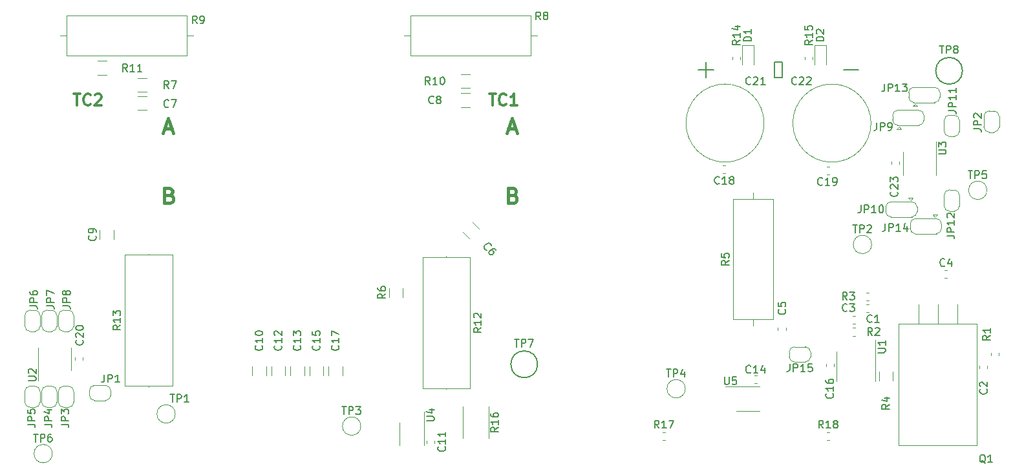
<source format=gbr>
G04 #@! TF.GenerationSoftware,KiCad,Pcbnew,(5.1.5)-3*
G04 #@! TF.CreationDate,2020-10-27T23:40:54+01:00*
G04 #@! TF.ProjectId,output_stage_1,6f757470-7574-45f7-9374-6167655f312e,rev?*
G04 #@! TF.SameCoordinates,Original*
G04 #@! TF.FileFunction,Legend,Top*
G04 #@! TF.FilePolarity,Positive*
%FSLAX46Y46*%
G04 Gerber Fmt 4.6, Leading zero omitted, Abs format (unit mm)*
G04 Created by KiCad (PCBNEW (5.1.5)-3) date 2020-10-27 23:40:54*
%MOMM*%
%LPD*%
G04 APERTURE LIST*
%ADD10C,0.200000*%
%ADD11C,0.120000*%
%ADD12C,0.150000*%
%ADD13C,0.300000*%
%ADD14C,0.400000*%
G04 APERTURE END LIST*
D10*
X180500000Y-77000000D02*
X180000000Y-77000000D01*
X181000000Y-77000000D02*
X180500000Y-77000000D01*
X181000000Y-79000000D02*
X181000000Y-77000000D01*
X180000000Y-79000000D02*
X181000000Y-79000000D01*
X180000000Y-77000000D02*
X180000000Y-79000000D01*
X189000000Y-78000000D02*
X191000000Y-78000000D01*
X170000000Y-78000000D02*
X172000000Y-78000000D01*
X171000000Y-77000000D02*
X171000000Y-79000000D01*
D11*
X201160000Y-90300000D02*
X201160000Y-87425000D01*
X201160000Y-90300000D02*
X201160000Y-91800000D01*
X196840000Y-90300000D02*
X196840000Y-88800000D01*
X196840000Y-90300000D02*
X196840000Y-91800000D01*
X201850000Y-98800000D02*
G75*
G02X201150000Y-99500000I-700000J0D01*
G01*
X201150000Y-97500000D02*
G75*
G02X201850000Y-98200000I0J-700000D01*
G01*
X197750000Y-98200000D02*
G75*
G02X198450000Y-97500000I700000J0D01*
G01*
X198450000Y-99500000D02*
G75*
G02X197750000Y-98800000I0J700000D01*
G01*
X201200000Y-99500000D02*
X198400000Y-99500000D01*
X197750000Y-98800000D02*
X197750000Y-98200000D01*
X198400000Y-97500000D02*
X201200000Y-97500000D01*
X201850000Y-98200000D02*
X201850000Y-98800000D01*
X201000000Y-97300000D02*
X201300000Y-97000000D01*
X201300000Y-97000000D02*
X200700000Y-97000000D01*
X201000000Y-97300000D02*
X200700000Y-97000000D01*
X197550000Y-81000000D02*
G75*
G02X198250000Y-80300000I700000J0D01*
G01*
X198250000Y-82300000D02*
G75*
G02X197550000Y-81600000I0J700000D01*
G01*
X201650000Y-81600000D02*
G75*
G02X200950000Y-82300000I-700000J0D01*
G01*
X200950000Y-80300000D02*
G75*
G02X201650000Y-81000000I0J-700000D01*
G01*
X198200000Y-80300000D02*
X201000000Y-80300000D01*
X201650000Y-81000000D02*
X201650000Y-81600000D01*
X201000000Y-82300000D02*
X198200000Y-82300000D01*
X197550000Y-81600000D02*
X197550000Y-81000000D01*
X198400000Y-82500000D02*
X198100000Y-82800000D01*
X198100000Y-82800000D02*
X198700000Y-82800000D01*
X198400000Y-82500000D02*
X198700000Y-82800000D01*
X198650000Y-96600000D02*
G75*
G02X197950000Y-97300000I-700000J0D01*
G01*
X197950000Y-95300000D02*
G75*
G02X198650000Y-96000000I0J-700000D01*
G01*
X194550000Y-96000000D02*
G75*
G02X195250000Y-95300000I700000J0D01*
G01*
X195250000Y-97300000D02*
G75*
G02X194550000Y-96600000I0J700000D01*
G01*
X198000000Y-97300000D02*
X195200000Y-97300000D01*
X194550000Y-96600000D02*
X194550000Y-96000000D01*
X195200000Y-95300000D02*
X198000000Y-95300000D01*
X198650000Y-96000000D02*
X198650000Y-96600000D01*
X197800000Y-95100000D02*
X198100000Y-94800000D01*
X198100000Y-94800000D02*
X197500000Y-94800000D01*
X197800000Y-95100000D02*
X197500000Y-94800000D01*
X195450000Y-84000000D02*
G75*
G02X196150000Y-83300000I700000J0D01*
G01*
X196150000Y-85300000D02*
G75*
G02X195450000Y-84600000I0J700000D01*
G01*
X199550000Y-84600000D02*
G75*
G02X198850000Y-85300000I-700000J0D01*
G01*
X198850000Y-83300000D02*
G75*
G02X199550000Y-84000000I0J-700000D01*
G01*
X196100000Y-83300000D02*
X198900000Y-83300000D01*
X199550000Y-84000000D02*
X199550000Y-84600000D01*
X198900000Y-85300000D02*
X196100000Y-85300000D01*
X195450000Y-84600000D02*
X195450000Y-84000000D01*
X196300000Y-85500000D02*
X196000000Y-85800000D01*
X196000000Y-85800000D02*
X196600000Y-85800000D01*
X196300000Y-85500000D02*
X196600000Y-85800000D01*
X184000000Y-116300000D02*
X182600000Y-116300000D01*
X181900000Y-115600000D02*
X181900000Y-115000000D01*
X182600000Y-114300000D02*
X184000000Y-114300000D01*
X184700000Y-115000000D02*
X184700000Y-115600000D01*
X184700000Y-115600000D02*
G75*
G02X184000000Y-116300000I-700000J0D01*
G01*
X184000000Y-114300000D02*
G75*
G02X184700000Y-115000000I0J-700000D01*
G01*
X181900000Y-115000000D02*
G75*
G02X182600000Y-114300000I700000J0D01*
G01*
X182600000Y-116300000D02*
G75*
G02X181900000Y-115600000I0J700000D01*
G01*
X176500000Y-119490000D02*
X173575000Y-119490000D01*
X176500000Y-119490000D02*
X178000000Y-119490000D01*
X176500000Y-122710000D02*
X175000000Y-122710000D01*
X176500000Y-122710000D02*
X178000000Y-122710000D01*
X134060000Y-125750000D02*
X134060000Y-122825000D01*
X134060000Y-125750000D02*
X134060000Y-127250000D01*
X130840000Y-125750000D02*
X130840000Y-124250000D01*
X130840000Y-125750000D02*
X130840000Y-127250000D01*
X83540000Y-115900000D02*
X83540000Y-118775000D01*
X83540000Y-115900000D02*
X83540000Y-114400000D01*
X87860000Y-115900000D02*
X87860000Y-117400000D01*
X87860000Y-115900000D02*
X87860000Y-114400000D01*
X193210000Y-116900000D02*
X193210000Y-113450000D01*
X193210000Y-116900000D02*
X193210000Y-118850000D01*
X188090000Y-116900000D02*
X188090000Y-114950000D01*
X188090000Y-116900000D02*
X188090000Y-118850000D01*
D12*
X204600000Y-78150000D02*
G75*
G03X204600000Y-78150000I-1750000J0D01*
G01*
X148950000Y-116600000D02*
G75*
G03X148950000Y-116600000I-1750000J0D01*
G01*
D11*
X85400000Y-128300000D02*
G75*
G03X85400000Y-128300000I-1200000J0D01*
G01*
X207800000Y-93800000D02*
G75*
G03X207800000Y-93800000I-1200000J0D01*
G01*
X168300000Y-119800000D02*
G75*
G03X168300000Y-119800000I-1200000J0D01*
G01*
X125800000Y-124700000D02*
G75*
G03X125800000Y-124700000I-1200000J0D01*
G01*
X192700000Y-100900000D02*
G75*
G03X192700000Y-100900000I-1200000J0D01*
G01*
X101500000Y-123100000D02*
G75*
G03X101500000Y-123100000I-1200000J0D01*
G01*
X187171267Y-125490000D02*
X186828733Y-125490000D01*
X187171267Y-126510000D02*
X186828733Y-126510000D01*
X165671267Y-125490000D02*
X165328733Y-125490000D01*
X165671267Y-126510000D02*
X165328733Y-126510000D01*
X142560000Y-126252064D02*
X142560000Y-122147936D01*
X139140000Y-126252064D02*
X139140000Y-122147936D01*
X185010000Y-76671267D02*
X185010000Y-76328733D01*
X183990000Y-76671267D02*
X183990000Y-76328733D01*
X175510000Y-76671267D02*
X175510000Y-76328733D01*
X174490000Y-76671267D02*
X174490000Y-76328733D01*
X98000000Y-102120000D02*
X98000000Y-102220000D01*
X98000000Y-119560000D02*
X98000000Y-119460000D01*
X94880000Y-102220000D02*
X94880000Y-119460000D01*
X101120000Y-102220000D02*
X94880000Y-102220000D01*
X101120000Y-119460000D02*
X101120000Y-102220000D01*
X94880000Y-119460000D02*
X101120000Y-119460000D01*
X137000000Y-119880000D02*
X137000000Y-119780000D01*
X137000000Y-102440000D02*
X137000000Y-102540000D01*
X140120000Y-119780000D02*
X140120000Y-102540000D01*
X133880000Y-119780000D02*
X140120000Y-119780000D01*
X133880000Y-102540000D02*
X133880000Y-119780000D01*
X140120000Y-102540000D02*
X133880000Y-102540000D01*
X91297936Y-78660000D02*
X92502064Y-78660000D01*
X91297936Y-76840000D02*
X92502064Y-76840000D01*
X140102064Y-78590000D02*
X138897936Y-78590000D01*
X140102064Y-80410000D02*
X138897936Y-80410000D01*
X103880000Y-73500000D02*
X103030000Y-73500000D01*
X86440000Y-73500000D02*
X87290000Y-73500000D01*
X103030000Y-70880000D02*
X87290000Y-70880000D01*
X103030000Y-76120000D02*
X103030000Y-70880000D01*
X87290000Y-76120000D02*
X103030000Y-76120000D01*
X87290000Y-70880000D02*
X87290000Y-76120000D01*
X148880000Y-73500000D02*
X148030000Y-73500000D01*
X131440000Y-73500000D02*
X132290000Y-73500000D01*
X148030000Y-70880000D02*
X132290000Y-70880000D01*
X148030000Y-76120000D02*
X148030000Y-70880000D01*
X132290000Y-76120000D02*
X148030000Y-76120000D01*
X132290000Y-70880000D02*
X132290000Y-76120000D01*
X96597936Y-80910000D02*
X97802064Y-80910000D01*
X96597936Y-79090000D02*
X97802064Y-79090000D01*
X131310000Y-107802064D02*
X131310000Y-106597936D01*
X129490000Y-107802064D02*
X129490000Y-106597936D01*
X177200000Y-94120000D02*
X177200000Y-94970000D01*
X177200000Y-111560000D02*
X177200000Y-110710000D01*
X174580000Y-94970000D02*
X174580000Y-110710000D01*
X179820000Y-94970000D02*
X174580000Y-94970000D01*
X179820000Y-110710000D02*
X179820000Y-94970000D01*
X174580000Y-110710000D02*
X179820000Y-110710000D01*
X195510000Y-118752064D02*
X195510000Y-117547936D01*
X193690000Y-118752064D02*
X193690000Y-117547936D01*
X192321267Y-107240000D02*
X191978733Y-107240000D01*
X192321267Y-108260000D02*
X191978733Y-108260000D01*
X190571267Y-111840000D02*
X190228733Y-111840000D01*
X190571267Y-112860000D02*
X190228733Y-112860000D01*
X209360000Y-115421267D02*
X209360000Y-115078733D01*
X208340000Y-115421267D02*
X208340000Y-115078733D01*
X198820000Y-111290000D02*
X198820000Y-108750000D01*
X201360000Y-111290000D02*
X201360000Y-108750000D01*
X203900000Y-111290000D02*
X203900000Y-108750000D01*
X196240000Y-127180000D02*
X196240000Y-111290000D01*
X206480000Y-127180000D02*
X206480000Y-111290000D01*
X206480000Y-127180000D02*
X196240000Y-127180000D01*
X206480000Y-111290000D02*
X196240000Y-111290000D01*
X204200000Y-94450000D02*
X204200000Y-95850000D01*
X203500000Y-96550000D02*
X202900000Y-96550000D01*
X202200000Y-95850000D02*
X202200000Y-94450000D01*
X202900000Y-93750000D02*
X203500000Y-93750000D01*
X203500000Y-93750000D02*
G75*
G02X204200000Y-94450000I0J-700000D01*
G01*
X202200000Y-94450000D02*
G75*
G02X202900000Y-93750000I700000J0D01*
G01*
X202900000Y-96550000D02*
G75*
G02X202200000Y-95850000I0J700000D01*
G01*
X204200000Y-95850000D02*
G75*
G02X203500000Y-96550000I-700000J0D01*
G01*
X202200000Y-86050000D02*
X202200000Y-84650000D01*
X202900000Y-83950000D02*
X203500000Y-83950000D01*
X204200000Y-84650000D02*
X204200000Y-86050000D01*
X203500000Y-86750000D02*
X202900000Y-86750000D01*
X202900000Y-86750000D02*
G75*
G02X202200000Y-86050000I0J700000D01*
G01*
X204200000Y-86050000D02*
G75*
G02X203500000Y-86750000I-700000J0D01*
G01*
X203500000Y-83950000D02*
G75*
G02X204200000Y-84650000I0J-700000D01*
G01*
X202200000Y-84650000D02*
G75*
G02X202900000Y-83950000I700000J0D01*
G01*
X86200000Y-111600000D02*
X86200000Y-110200000D01*
X86900000Y-109500000D02*
X87500000Y-109500000D01*
X88200000Y-110200000D02*
X88200000Y-111600000D01*
X87500000Y-112300000D02*
X86900000Y-112300000D01*
X86900000Y-112300000D02*
G75*
G02X86200000Y-111600000I0J700000D01*
G01*
X88200000Y-111600000D02*
G75*
G02X87500000Y-112300000I-700000J0D01*
G01*
X87500000Y-109500000D02*
G75*
G02X88200000Y-110200000I0J-700000D01*
G01*
X86200000Y-110200000D02*
G75*
G02X86900000Y-109500000I700000J0D01*
G01*
X84000000Y-111600000D02*
X84000000Y-110200000D01*
X84700000Y-109500000D02*
X85300000Y-109500000D01*
X86000000Y-110200000D02*
X86000000Y-111600000D01*
X85300000Y-112300000D02*
X84700000Y-112300000D01*
X84700000Y-112300000D02*
G75*
G02X84000000Y-111600000I0J700000D01*
G01*
X86000000Y-111600000D02*
G75*
G02X85300000Y-112300000I-700000J0D01*
G01*
X85300000Y-109500000D02*
G75*
G02X86000000Y-110200000I0J-700000D01*
G01*
X84000000Y-110200000D02*
G75*
G02X84700000Y-109500000I700000J0D01*
G01*
X81800000Y-111600000D02*
X81800000Y-110200000D01*
X82500000Y-109500000D02*
X83100000Y-109500000D01*
X83800000Y-110200000D02*
X83800000Y-111600000D01*
X83100000Y-112300000D02*
X82500000Y-112300000D01*
X82500000Y-112300000D02*
G75*
G02X81800000Y-111600000I0J700000D01*
G01*
X83800000Y-111600000D02*
G75*
G02X83100000Y-112300000I-700000J0D01*
G01*
X83100000Y-109500000D02*
G75*
G02X83800000Y-110200000I0J-700000D01*
G01*
X81800000Y-110200000D02*
G75*
G02X82500000Y-109500000I700000J0D01*
G01*
X83800000Y-120150000D02*
X83800000Y-121550000D01*
X83100000Y-122250000D02*
X82500000Y-122250000D01*
X81800000Y-121550000D02*
X81800000Y-120150000D01*
X82500000Y-119450000D02*
X83100000Y-119450000D01*
X83100000Y-119450000D02*
G75*
G02X83800000Y-120150000I0J-700000D01*
G01*
X81800000Y-120150000D02*
G75*
G02X82500000Y-119450000I700000J0D01*
G01*
X82500000Y-122250000D02*
G75*
G02X81800000Y-121550000I0J700000D01*
G01*
X83800000Y-121550000D02*
G75*
G02X83100000Y-122250000I-700000J0D01*
G01*
X86000000Y-120150000D02*
X86000000Y-121550000D01*
X85300000Y-122250000D02*
X84700000Y-122250000D01*
X84000000Y-121550000D02*
X84000000Y-120150000D01*
X84700000Y-119450000D02*
X85300000Y-119450000D01*
X85300000Y-119450000D02*
G75*
G02X86000000Y-120150000I0J-700000D01*
G01*
X84000000Y-120150000D02*
G75*
G02X84700000Y-119450000I700000J0D01*
G01*
X84700000Y-122250000D02*
G75*
G02X84000000Y-121550000I0J700000D01*
G01*
X86000000Y-121550000D02*
G75*
G02X85300000Y-122250000I-700000J0D01*
G01*
X88200000Y-120150000D02*
X88200000Y-121550000D01*
X87500000Y-122250000D02*
X86900000Y-122250000D01*
X86200000Y-121550000D02*
X86200000Y-120150000D01*
X86900000Y-119450000D02*
X87500000Y-119450000D01*
X87500000Y-119450000D02*
G75*
G02X88200000Y-120150000I0J-700000D01*
G01*
X86200000Y-120150000D02*
G75*
G02X86900000Y-119450000I700000J0D01*
G01*
X86900000Y-122250000D02*
G75*
G02X86200000Y-121550000I0J700000D01*
G01*
X88200000Y-121550000D02*
G75*
G02X87500000Y-122250000I-700000J0D01*
G01*
X209400000Y-84100000D02*
X209400000Y-85500000D01*
X208700000Y-86200000D02*
X208100000Y-86200000D01*
X207400000Y-85500000D02*
X207400000Y-84100000D01*
X208100000Y-83400000D02*
X208700000Y-83400000D01*
X208700000Y-83400000D02*
G75*
G02X209400000Y-84100000I0J-700000D01*
G01*
X207400000Y-84100000D02*
G75*
G02X208100000Y-83400000I700000J0D01*
G01*
X208100000Y-86200000D02*
G75*
G02X207400000Y-85500000I0J700000D01*
G01*
X209400000Y-85500000D02*
G75*
G02X208700000Y-86200000I-700000J0D01*
G01*
X92350000Y-121350000D02*
X90950000Y-121350000D01*
X90250000Y-120650000D02*
X90250000Y-120050000D01*
X90950000Y-119350000D02*
X92350000Y-119350000D01*
X93050000Y-120050000D02*
X93050000Y-120650000D01*
X93050000Y-120650000D02*
G75*
G02X92350000Y-121350000I-700000J0D01*
G01*
X92350000Y-119350000D02*
G75*
G02X93050000Y-120050000I0J-700000D01*
G01*
X90250000Y-120050000D02*
G75*
G02X90950000Y-119350000I700000J0D01*
G01*
X90950000Y-121350000D02*
G75*
G02X90250000Y-120650000I0J700000D01*
G01*
X185265000Y-74840000D02*
X185265000Y-77300000D01*
X186735000Y-74840000D02*
X185265000Y-74840000D01*
X186735000Y-77300000D02*
X186735000Y-74840000D01*
X175765000Y-74840000D02*
X175765000Y-77300000D01*
X177235000Y-74840000D02*
X175765000Y-74840000D01*
X177235000Y-77300000D02*
X177235000Y-74840000D01*
X196310000Y-90421267D02*
X196310000Y-90078733D01*
X195290000Y-90421267D02*
X195290000Y-90078733D01*
X192620000Y-85000000D02*
G75*
G03X192620000Y-85000000I-5120000J0D01*
G01*
X178620000Y-85000000D02*
G75*
G03X178620000Y-85000000I-5120000J0D01*
G01*
X88390000Y-115728733D02*
X88390000Y-116071267D01*
X89410000Y-115728733D02*
X89410000Y-116071267D01*
X186828733Y-91710000D02*
X187171267Y-91710000D01*
X186828733Y-90690000D02*
X187171267Y-90690000D01*
X173228733Y-91560000D02*
X173571267Y-91560000D01*
X173228733Y-90540000D02*
X173571267Y-90540000D01*
X121590000Y-116897936D02*
X121590000Y-118102064D01*
X123410000Y-116897936D02*
X123410000Y-118102064D01*
X187760000Y-116871267D02*
X187760000Y-116528733D01*
X186740000Y-116871267D02*
X186740000Y-116528733D01*
X119090000Y-116897936D02*
X119090000Y-118102064D01*
X120910000Y-116897936D02*
X120910000Y-118102064D01*
X177671267Y-118090000D02*
X177328733Y-118090000D01*
X177671267Y-119110000D02*
X177328733Y-119110000D01*
X116590000Y-116897936D02*
X116590000Y-118102064D01*
X118410000Y-116897936D02*
X118410000Y-118102064D01*
X114090000Y-116897936D02*
X114090000Y-118102064D01*
X115910000Y-116897936D02*
X115910000Y-118102064D01*
X135460000Y-126921267D02*
X135460000Y-126578733D01*
X134440000Y-126921267D02*
X134440000Y-126578733D01*
X111590000Y-116897936D02*
X111590000Y-118102064D01*
X113410000Y-116897936D02*
X113410000Y-118102064D01*
X93410000Y-100202064D02*
X93410000Y-98997936D01*
X91590000Y-100202064D02*
X91590000Y-98997936D01*
X140102064Y-81090000D02*
X138897936Y-81090000D01*
X140102064Y-82910000D02*
X138897936Y-82910000D01*
X97802064Y-81490000D02*
X96597936Y-81490000D01*
X97802064Y-83310000D02*
X96597936Y-83310000D01*
X139130809Y-99267744D02*
X139982256Y-100119191D01*
X140417744Y-97980809D02*
X141269191Y-98832256D01*
X181460000Y-112171267D02*
X181460000Y-111828733D01*
X180440000Y-112171267D02*
X180440000Y-111828733D01*
X202278733Y-105260000D02*
X202621267Y-105260000D01*
X202278733Y-104240000D02*
X202621267Y-104240000D01*
X192321267Y-108773334D02*
X191978733Y-108773334D01*
X192321267Y-109793334D02*
X191978733Y-109793334D01*
X207860000Y-117171267D02*
X207860000Y-116828733D01*
X206840000Y-117171267D02*
X206840000Y-116828733D01*
X190571267Y-110306667D02*
X190228733Y-110306667D01*
X190571267Y-111326667D02*
X190228733Y-111326667D01*
D12*
X201452380Y-89061904D02*
X202261904Y-89061904D01*
X202357142Y-89014285D01*
X202404761Y-88966666D01*
X202452380Y-88871428D01*
X202452380Y-88680952D01*
X202404761Y-88585714D01*
X202357142Y-88538095D01*
X202261904Y-88490476D01*
X201452380Y-88490476D01*
X201452380Y-88109523D02*
X201452380Y-87490476D01*
X201833333Y-87823809D01*
X201833333Y-87680952D01*
X201880952Y-87585714D01*
X201928571Y-87538095D01*
X202023809Y-87490476D01*
X202261904Y-87490476D01*
X202357142Y-87538095D01*
X202404761Y-87585714D01*
X202452380Y-87680952D01*
X202452380Y-87966666D01*
X202404761Y-88061904D01*
X202357142Y-88109523D01*
X194490476Y-98152380D02*
X194490476Y-98866666D01*
X194442857Y-99009523D01*
X194347619Y-99104761D01*
X194204761Y-99152380D01*
X194109523Y-99152380D01*
X194966666Y-99152380D02*
X194966666Y-98152380D01*
X195347619Y-98152380D01*
X195442857Y-98200000D01*
X195490476Y-98247619D01*
X195538095Y-98342857D01*
X195538095Y-98485714D01*
X195490476Y-98580952D01*
X195442857Y-98628571D01*
X195347619Y-98676190D01*
X194966666Y-98676190D01*
X196490476Y-99152380D02*
X195919047Y-99152380D01*
X196204761Y-99152380D02*
X196204761Y-98152380D01*
X196109523Y-98295238D01*
X196014285Y-98390476D01*
X195919047Y-98438095D01*
X197347619Y-98485714D02*
X197347619Y-99152380D01*
X197109523Y-98104761D02*
X196871428Y-98819047D01*
X197490476Y-98819047D01*
X194390476Y-79852380D02*
X194390476Y-80566666D01*
X194342857Y-80709523D01*
X194247619Y-80804761D01*
X194104761Y-80852380D01*
X194009523Y-80852380D01*
X194866666Y-80852380D02*
X194866666Y-79852380D01*
X195247619Y-79852380D01*
X195342857Y-79900000D01*
X195390476Y-79947619D01*
X195438095Y-80042857D01*
X195438095Y-80185714D01*
X195390476Y-80280952D01*
X195342857Y-80328571D01*
X195247619Y-80376190D01*
X194866666Y-80376190D01*
X196390476Y-80852380D02*
X195819047Y-80852380D01*
X196104761Y-80852380D02*
X196104761Y-79852380D01*
X196009523Y-79995238D01*
X195914285Y-80090476D01*
X195819047Y-80138095D01*
X196723809Y-79852380D02*
X197342857Y-79852380D01*
X197009523Y-80233333D01*
X197152380Y-80233333D01*
X197247619Y-80280952D01*
X197295238Y-80328571D01*
X197342857Y-80423809D01*
X197342857Y-80661904D01*
X197295238Y-80757142D01*
X197247619Y-80804761D01*
X197152380Y-80852380D01*
X196866666Y-80852380D01*
X196771428Y-80804761D01*
X196723809Y-80757142D01*
X191290476Y-95752380D02*
X191290476Y-96466666D01*
X191242857Y-96609523D01*
X191147619Y-96704761D01*
X191004761Y-96752380D01*
X190909523Y-96752380D01*
X191766666Y-96752380D02*
X191766666Y-95752380D01*
X192147619Y-95752380D01*
X192242857Y-95800000D01*
X192290476Y-95847619D01*
X192338095Y-95942857D01*
X192338095Y-96085714D01*
X192290476Y-96180952D01*
X192242857Y-96228571D01*
X192147619Y-96276190D01*
X191766666Y-96276190D01*
X193290476Y-96752380D02*
X192719047Y-96752380D01*
X193004761Y-96752380D02*
X193004761Y-95752380D01*
X192909523Y-95895238D01*
X192814285Y-95990476D01*
X192719047Y-96038095D01*
X193909523Y-95752380D02*
X194004761Y-95752380D01*
X194100000Y-95800000D01*
X194147619Y-95847619D01*
X194195238Y-95942857D01*
X194242857Y-96133333D01*
X194242857Y-96371428D01*
X194195238Y-96561904D01*
X194147619Y-96657142D01*
X194100000Y-96704761D01*
X194004761Y-96752380D01*
X193909523Y-96752380D01*
X193814285Y-96704761D01*
X193766666Y-96657142D01*
X193719047Y-96561904D01*
X193671428Y-96371428D01*
X193671428Y-96133333D01*
X193719047Y-95942857D01*
X193766666Y-95847619D01*
X193814285Y-95800000D01*
X193909523Y-95752380D01*
X193366666Y-84952380D02*
X193366666Y-85666666D01*
X193319047Y-85809523D01*
X193223809Y-85904761D01*
X193080952Y-85952380D01*
X192985714Y-85952380D01*
X193842857Y-85952380D02*
X193842857Y-84952380D01*
X194223809Y-84952380D01*
X194319047Y-85000000D01*
X194366666Y-85047619D01*
X194414285Y-85142857D01*
X194414285Y-85285714D01*
X194366666Y-85380952D01*
X194319047Y-85428571D01*
X194223809Y-85476190D01*
X193842857Y-85476190D01*
X194890476Y-85952380D02*
X195080952Y-85952380D01*
X195176190Y-85904761D01*
X195223809Y-85857142D01*
X195319047Y-85714285D01*
X195366666Y-85523809D01*
X195366666Y-85142857D01*
X195319047Y-85047619D01*
X195271428Y-85000000D01*
X195176190Y-84952380D01*
X194985714Y-84952380D01*
X194890476Y-85000000D01*
X194842857Y-85047619D01*
X194795238Y-85142857D01*
X194795238Y-85380952D01*
X194842857Y-85476190D01*
X194890476Y-85523809D01*
X194985714Y-85571428D01*
X195176190Y-85571428D01*
X195271428Y-85523809D01*
X195319047Y-85476190D01*
X195366666Y-85380952D01*
X181990476Y-116552380D02*
X181990476Y-117266666D01*
X181942857Y-117409523D01*
X181847619Y-117504761D01*
X181704761Y-117552380D01*
X181609523Y-117552380D01*
X182466666Y-117552380D02*
X182466666Y-116552380D01*
X182847619Y-116552380D01*
X182942857Y-116600000D01*
X182990476Y-116647619D01*
X183038095Y-116742857D01*
X183038095Y-116885714D01*
X182990476Y-116980952D01*
X182942857Y-117028571D01*
X182847619Y-117076190D01*
X182466666Y-117076190D01*
X183990476Y-117552380D02*
X183419047Y-117552380D01*
X183704761Y-117552380D02*
X183704761Y-116552380D01*
X183609523Y-116695238D01*
X183514285Y-116790476D01*
X183419047Y-116838095D01*
X184895238Y-116552380D02*
X184419047Y-116552380D01*
X184371428Y-117028571D01*
X184419047Y-116980952D01*
X184514285Y-116933333D01*
X184752380Y-116933333D01*
X184847619Y-116980952D01*
X184895238Y-117028571D01*
X184942857Y-117123809D01*
X184942857Y-117361904D01*
X184895238Y-117457142D01*
X184847619Y-117504761D01*
X184752380Y-117552380D01*
X184514285Y-117552380D01*
X184419047Y-117504761D01*
X184371428Y-117457142D01*
D13*
X88207142Y-81178571D02*
X89064285Y-81178571D01*
X88635714Y-82678571D02*
X88635714Y-81178571D01*
X90421428Y-82535714D02*
X90350000Y-82607142D01*
X90135714Y-82678571D01*
X89992857Y-82678571D01*
X89778571Y-82607142D01*
X89635714Y-82464285D01*
X89564285Y-82321428D01*
X89492857Y-82035714D01*
X89492857Y-81821428D01*
X89564285Y-81535714D01*
X89635714Y-81392857D01*
X89778571Y-81250000D01*
X89992857Y-81178571D01*
X90135714Y-81178571D01*
X90350000Y-81250000D01*
X90421428Y-81321428D01*
X90992857Y-81321428D02*
X91064285Y-81250000D01*
X91207142Y-81178571D01*
X91564285Y-81178571D01*
X91707142Y-81250000D01*
X91778571Y-81321428D01*
X91850000Y-81464285D01*
X91850000Y-81607142D01*
X91778571Y-81821428D01*
X90921428Y-82678571D01*
X91850000Y-82678571D01*
D14*
X100730857Y-94429142D02*
X101016571Y-94524380D01*
X101111809Y-94619619D01*
X101207047Y-94810095D01*
X101207047Y-95095809D01*
X101111809Y-95286285D01*
X101016571Y-95381523D01*
X100826095Y-95476761D01*
X100064190Y-95476761D01*
X100064190Y-93476761D01*
X100730857Y-93476761D01*
X100921333Y-93572000D01*
X101016571Y-93667238D01*
X101111809Y-93857714D01*
X101111809Y-94048190D01*
X101016571Y-94238666D01*
X100921333Y-94333904D01*
X100730857Y-94429142D01*
X100064190Y-94429142D01*
X100111809Y-85761333D02*
X101064190Y-85761333D01*
X99921333Y-86332761D02*
X100588000Y-84332761D01*
X101254666Y-86332761D01*
D13*
X142607142Y-81178571D02*
X143464285Y-81178571D01*
X143035714Y-82678571D02*
X143035714Y-81178571D01*
X144821428Y-82535714D02*
X144750000Y-82607142D01*
X144535714Y-82678571D01*
X144392857Y-82678571D01*
X144178571Y-82607142D01*
X144035714Y-82464285D01*
X143964285Y-82321428D01*
X143892857Y-82035714D01*
X143892857Y-81821428D01*
X143964285Y-81535714D01*
X144035714Y-81392857D01*
X144178571Y-81250000D01*
X144392857Y-81178571D01*
X144535714Y-81178571D01*
X144750000Y-81250000D01*
X144821428Y-81321428D01*
X146250000Y-82678571D02*
X145392857Y-82678571D01*
X145821428Y-82678571D02*
X145821428Y-81178571D01*
X145678571Y-81392857D01*
X145535714Y-81535714D01*
X145392857Y-81607142D01*
D14*
X145730857Y-94429142D02*
X146016571Y-94524380D01*
X146111809Y-94619619D01*
X146207047Y-94810095D01*
X146207047Y-95095809D01*
X146111809Y-95286285D01*
X146016571Y-95381523D01*
X145826095Y-95476761D01*
X145064190Y-95476761D01*
X145064190Y-93476761D01*
X145730857Y-93476761D01*
X145921333Y-93572000D01*
X146016571Y-93667238D01*
X146111809Y-93857714D01*
X146111809Y-94048190D01*
X146016571Y-94238666D01*
X145921333Y-94333904D01*
X145730857Y-94429142D01*
X145064190Y-94429142D01*
X145111809Y-85761333D02*
X146064190Y-85761333D01*
X144921333Y-86332761D02*
X145588000Y-84332761D01*
X146254666Y-86332761D01*
D12*
X173438095Y-118252380D02*
X173438095Y-119061904D01*
X173485714Y-119157142D01*
X173533333Y-119204761D01*
X173628571Y-119252380D01*
X173819047Y-119252380D01*
X173914285Y-119204761D01*
X173961904Y-119157142D01*
X174009523Y-119061904D01*
X174009523Y-118252380D01*
X174961904Y-118252380D02*
X174485714Y-118252380D01*
X174438095Y-118728571D01*
X174485714Y-118680952D01*
X174580952Y-118633333D01*
X174819047Y-118633333D01*
X174914285Y-118680952D01*
X174961904Y-118728571D01*
X175009523Y-118823809D01*
X175009523Y-119061904D01*
X174961904Y-119157142D01*
X174914285Y-119204761D01*
X174819047Y-119252380D01*
X174580952Y-119252380D01*
X174485714Y-119204761D01*
X174438095Y-119157142D01*
X134402380Y-124011904D02*
X135211904Y-124011904D01*
X135307142Y-123964285D01*
X135354761Y-123916666D01*
X135402380Y-123821428D01*
X135402380Y-123630952D01*
X135354761Y-123535714D01*
X135307142Y-123488095D01*
X135211904Y-123440476D01*
X134402380Y-123440476D01*
X134735714Y-122535714D02*
X135402380Y-122535714D01*
X134354761Y-122773809D02*
X135069047Y-123011904D01*
X135069047Y-122392857D01*
X82252380Y-118761904D02*
X83061904Y-118761904D01*
X83157142Y-118714285D01*
X83204761Y-118666666D01*
X83252380Y-118571428D01*
X83252380Y-118380952D01*
X83204761Y-118285714D01*
X83157142Y-118238095D01*
X83061904Y-118190476D01*
X82252380Y-118190476D01*
X82347619Y-117761904D02*
X82300000Y-117714285D01*
X82252380Y-117619047D01*
X82252380Y-117380952D01*
X82300000Y-117285714D01*
X82347619Y-117238095D01*
X82442857Y-117190476D01*
X82538095Y-117190476D01*
X82680952Y-117238095D01*
X83252380Y-117809523D01*
X83252380Y-117190476D01*
X193502380Y-115061904D02*
X194311904Y-115061904D01*
X194407142Y-115014285D01*
X194454761Y-114966666D01*
X194502380Y-114871428D01*
X194502380Y-114680952D01*
X194454761Y-114585714D01*
X194407142Y-114538095D01*
X194311904Y-114490476D01*
X193502380Y-114490476D01*
X194502380Y-113490476D02*
X194502380Y-114061904D01*
X194502380Y-113776190D02*
X193502380Y-113776190D01*
X193645238Y-113871428D01*
X193740476Y-113966666D01*
X193788095Y-114061904D01*
X201588095Y-74852380D02*
X202159523Y-74852380D01*
X201873809Y-75852380D02*
X201873809Y-74852380D01*
X202492857Y-75852380D02*
X202492857Y-74852380D01*
X202873809Y-74852380D01*
X202969047Y-74900000D01*
X203016666Y-74947619D01*
X203064285Y-75042857D01*
X203064285Y-75185714D01*
X203016666Y-75280952D01*
X202969047Y-75328571D01*
X202873809Y-75376190D01*
X202492857Y-75376190D01*
X203635714Y-75280952D02*
X203540476Y-75233333D01*
X203492857Y-75185714D01*
X203445238Y-75090476D01*
X203445238Y-75042857D01*
X203492857Y-74947619D01*
X203540476Y-74900000D01*
X203635714Y-74852380D01*
X203826190Y-74852380D01*
X203921428Y-74900000D01*
X203969047Y-74947619D01*
X204016666Y-75042857D01*
X204016666Y-75090476D01*
X203969047Y-75185714D01*
X203921428Y-75233333D01*
X203826190Y-75280952D01*
X203635714Y-75280952D01*
X203540476Y-75328571D01*
X203492857Y-75376190D01*
X203445238Y-75471428D01*
X203445238Y-75661904D01*
X203492857Y-75757142D01*
X203540476Y-75804761D01*
X203635714Y-75852380D01*
X203826190Y-75852380D01*
X203921428Y-75804761D01*
X203969047Y-75757142D01*
X204016666Y-75661904D01*
X204016666Y-75471428D01*
X203969047Y-75376190D01*
X203921428Y-75328571D01*
X203826190Y-75280952D01*
X145938095Y-113302380D02*
X146509523Y-113302380D01*
X146223809Y-114302380D02*
X146223809Y-113302380D01*
X146842857Y-114302380D02*
X146842857Y-113302380D01*
X147223809Y-113302380D01*
X147319047Y-113350000D01*
X147366666Y-113397619D01*
X147414285Y-113492857D01*
X147414285Y-113635714D01*
X147366666Y-113730952D01*
X147319047Y-113778571D01*
X147223809Y-113826190D01*
X146842857Y-113826190D01*
X147747619Y-113302380D02*
X148414285Y-113302380D01*
X147985714Y-114302380D01*
X82938095Y-125754380D02*
X83509523Y-125754380D01*
X83223809Y-126754380D02*
X83223809Y-125754380D01*
X83842857Y-126754380D02*
X83842857Y-125754380D01*
X84223809Y-125754380D01*
X84319047Y-125802000D01*
X84366666Y-125849619D01*
X84414285Y-125944857D01*
X84414285Y-126087714D01*
X84366666Y-126182952D01*
X84319047Y-126230571D01*
X84223809Y-126278190D01*
X83842857Y-126278190D01*
X85271428Y-125754380D02*
X85080952Y-125754380D01*
X84985714Y-125802000D01*
X84938095Y-125849619D01*
X84842857Y-125992476D01*
X84795238Y-126182952D01*
X84795238Y-126563904D01*
X84842857Y-126659142D01*
X84890476Y-126706761D01*
X84985714Y-126754380D01*
X85176190Y-126754380D01*
X85271428Y-126706761D01*
X85319047Y-126659142D01*
X85366666Y-126563904D01*
X85366666Y-126325809D01*
X85319047Y-126230571D01*
X85271428Y-126182952D01*
X85176190Y-126135333D01*
X84985714Y-126135333D01*
X84890476Y-126182952D01*
X84842857Y-126230571D01*
X84795238Y-126325809D01*
X205338095Y-91254380D02*
X205909523Y-91254380D01*
X205623809Y-92254380D02*
X205623809Y-91254380D01*
X206242857Y-92254380D02*
X206242857Y-91254380D01*
X206623809Y-91254380D01*
X206719047Y-91302000D01*
X206766666Y-91349619D01*
X206814285Y-91444857D01*
X206814285Y-91587714D01*
X206766666Y-91682952D01*
X206719047Y-91730571D01*
X206623809Y-91778190D01*
X206242857Y-91778190D01*
X207719047Y-91254380D02*
X207242857Y-91254380D01*
X207195238Y-91730571D01*
X207242857Y-91682952D01*
X207338095Y-91635333D01*
X207576190Y-91635333D01*
X207671428Y-91682952D01*
X207719047Y-91730571D01*
X207766666Y-91825809D01*
X207766666Y-92063904D01*
X207719047Y-92159142D01*
X207671428Y-92206761D01*
X207576190Y-92254380D01*
X207338095Y-92254380D01*
X207242857Y-92206761D01*
X207195238Y-92159142D01*
X165838095Y-117254380D02*
X166409523Y-117254380D01*
X166123809Y-118254380D02*
X166123809Y-117254380D01*
X166742857Y-118254380D02*
X166742857Y-117254380D01*
X167123809Y-117254380D01*
X167219047Y-117302000D01*
X167266666Y-117349619D01*
X167314285Y-117444857D01*
X167314285Y-117587714D01*
X167266666Y-117682952D01*
X167219047Y-117730571D01*
X167123809Y-117778190D01*
X166742857Y-117778190D01*
X168171428Y-117587714D02*
X168171428Y-118254380D01*
X167933333Y-117206761D02*
X167695238Y-117921047D01*
X168314285Y-117921047D01*
X123338095Y-122154380D02*
X123909523Y-122154380D01*
X123623809Y-123154380D02*
X123623809Y-122154380D01*
X124242857Y-123154380D02*
X124242857Y-122154380D01*
X124623809Y-122154380D01*
X124719047Y-122202000D01*
X124766666Y-122249619D01*
X124814285Y-122344857D01*
X124814285Y-122487714D01*
X124766666Y-122582952D01*
X124719047Y-122630571D01*
X124623809Y-122678190D01*
X124242857Y-122678190D01*
X125147619Y-122154380D02*
X125766666Y-122154380D01*
X125433333Y-122535333D01*
X125576190Y-122535333D01*
X125671428Y-122582952D01*
X125719047Y-122630571D01*
X125766666Y-122725809D01*
X125766666Y-122963904D01*
X125719047Y-123059142D01*
X125671428Y-123106761D01*
X125576190Y-123154380D01*
X125290476Y-123154380D01*
X125195238Y-123106761D01*
X125147619Y-123059142D01*
X190238095Y-98354380D02*
X190809523Y-98354380D01*
X190523809Y-99354380D02*
X190523809Y-98354380D01*
X191142857Y-99354380D02*
X191142857Y-98354380D01*
X191523809Y-98354380D01*
X191619047Y-98402000D01*
X191666666Y-98449619D01*
X191714285Y-98544857D01*
X191714285Y-98687714D01*
X191666666Y-98782952D01*
X191619047Y-98830571D01*
X191523809Y-98878190D01*
X191142857Y-98878190D01*
X192095238Y-98449619D02*
X192142857Y-98402000D01*
X192238095Y-98354380D01*
X192476190Y-98354380D01*
X192571428Y-98402000D01*
X192619047Y-98449619D01*
X192666666Y-98544857D01*
X192666666Y-98640095D01*
X192619047Y-98782952D01*
X192047619Y-99354380D01*
X192666666Y-99354380D01*
X100838095Y-120552380D02*
X101409523Y-120552380D01*
X101123809Y-121552380D02*
X101123809Y-120552380D01*
X101742857Y-121552380D02*
X101742857Y-120552380D01*
X102123809Y-120552380D01*
X102219047Y-120600000D01*
X102266666Y-120647619D01*
X102314285Y-120742857D01*
X102314285Y-120885714D01*
X102266666Y-120980952D01*
X102219047Y-121028571D01*
X102123809Y-121076190D01*
X101742857Y-121076190D01*
X103266666Y-121552380D02*
X102695238Y-121552380D01*
X102980952Y-121552380D02*
X102980952Y-120552380D01*
X102885714Y-120695238D01*
X102790476Y-120790476D01*
X102695238Y-120838095D01*
X186357142Y-124952380D02*
X186023809Y-124476190D01*
X185785714Y-124952380D02*
X185785714Y-123952380D01*
X186166666Y-123952380D01*
X186261904Y-124000000D01*
X186309523Y-124047619D01*
X186357142Y-124142857D01*
X186357142Y-124285714D01*
X186309523Y-124380952D01*
X186261904Y-124428571D01*
X186166666Y-124476190D01*
X185785714Y-124476190D01*
X187309523Y-124952380D02*
X186738095Y-124952380D01*
X187023809Y-124952380D02*
X187023809Y-123952380D01*
X186928571Y-124095238D01*
X186833333Y-124190476D01*
X186738095Y-124238095D01*
X187880952Y-124380952D02*
X187785714Y-124333333D01*
X187738095Y-124285714D01*
X187690476Y-124190476D01*
X187690476Y-124142857D01*
X187738095Y-124047619D01*
X187785714Y-124000000D01*
X187880952Y-123952380D01*
X188071428Y-123952380D01*
X188166666Y-124000000D01*
X188214285Y-124047619D01*
X188261904Y-124142857D01*
X188261904Y-124190476D01*
X188214285Y-124285714D01*
X188166666Y-124333333D01*
X188071428Y-124380952D01*
X187880952Y-124380952D01*
X187785714Y-124428571D01*
X187738095Y-124476190D01*
X187690476Y-124571428D01*
X187690476Y-124761904D01*
X187738095Y-124857142D01*
X187785714Y-124904761D01*
X187880952Y-124952380D01*
X188071428Y-124952380D01*
X188166666Y-124904761D01*
X188214285Y-124857142D01*
X188261904Y-124761904D01*
X188261904Y-124571428D01*
X188214285Y-124476190D01*
X188166666Y-124428571D01*
X188071428Y-124380952D01*
X164857142Y-124952380D02*
X164523809Y-124476190D01*
X164285714Y-124952380D02*
X164285714Y-123952380D01*
X164666666Y-123952380D01*
X164761904Y-124000000D01*
X164809523Y-124047619D01*
X164857142Y-124142857D01*
X164857142Y-124285714D01*
X164809523Y-124380952D01*
X164761904Y-124428571D01*
X164666666Y-124476190D01*
X164285714Y-124476190D01*
X165809523Y-124952380D02*
X165238095Y-124952380D01*
X165523809Y-124952380D02*
X165523809Y-123952380D01*
X165428571Y-124095238D01*
X165333333Y-124190476D01*
X165238095Y-124238095D01*
X166142857Y-123952380D02*
X166809523Y-123952380D01*
X166380952Y-124952380D01*
X143802380Y-124842857D02*
X143326190Y-125176190D01*
X143802380Y-125414285D02*
X142802380Y-125414285D01*
X142802380Y-125033333D01*
X142850000Y-124938095D01*
X142897619Y-124890476D01*
X142992857Y-124842857D01*
X143135714Y-124842857D01*
X143230952Y-124890476D01*
X143278571Y-124938095D01*
X143326190Y-125033333D01*
X143326190Y-125414285D01*
X143802380Y-123890476D02*
X143802380Y-124461904D01*
X143802380Y-124176190D02*
X142802380Y-124176190D01*
X142945238Y-124271428D01*
X143040476Y-124366666D01*
X143088095Y-124461904D01*
X142802380Y-123033333D02*
X142802380Y-123223809D01*
X142850000Y-123319047D01*
X142897619Y-123366666D01*
X143040476Y-123461904D01*
X143230952Y-123509523D01*
X143611904Y-123509523D01*
X143707142Y-123461904D01*
X143754761Y-123414285D01*
X143802380Y-123319047D01*
X143802380Y-123128571D01*
X143754761Y-123033333D01*
X143707142Y-122985714D01*
X143611904Y-122938095D01*
X143373809Y-122938095D01*
X143278571Y-122985714D01*
X143230952Y-123033333D01*
X143183333Y-123128571D01*
X143183333Y-123319047D01*
X143230952Y-123414285D01*
X143278571Y-123461904D01*
X143373809Y-123509523D01*
X184952380Y-74142857D02*
X184476190Y-74476190D01*
X184952380Y-74714285D02*
X183952380Y-74714285D01*
X183952380Y-74333333D01*
X184000000Y-74238095D01*
X184047619Y-74190476D01*
X184142857Y-74142857D01*
X184285714Y-74142857D01*
X184380952Y-74190476D01*
X184428571Y-74238095D01*
X184476190Y-74333333D01*
X184476190Y-74714285D01*
X184952380Y-73190476D02*
X184952380Y-73761904D01*
X184952380Y-73476190D02*
X183952380Y-73476190D01*
X184095238Y-73571428D01*
X184190476Y-73666666D01*
X184238095Y-73761904D01*
X183952380Y-72285714D02*
X183952380Y-72761904D01*
X184428571Y-72809523D01*
X184380952Y-72761904D01*
X184333333Y-72666666D01*
X184333333Y-72428571D01*
X184380952Y-72333333D01*
X184428571Y-72285714D01*
X184523809Y-72238095D01*
X184761904Y-72238095D01*
X184857142Y-72285714D01*
X184904761Y-72333333D01*
X184952380Y-72428571D01*
X184952380Y-72666666D01*
X184904761Y-72761904D01*
X184857142Y-72809523D01*
X175452380Y-74142857D02*
X174976190Y-74476190D01*
X175452380Y-74714285D02*
X174452380Y-74714285D01*
X174452380Y-74333333D01*
X174500000Y-74238095D01*
X174547619Y-74190476D01*
X174642857Y-74142857D01*
X174785714Y-74142857D01*
X174880952Y-74190476D01*
X174928571Y-74238095D01*
X174976190Y-74333333D01*
X174976190Y-74714285D01*
X175452380Y-73190476D02*
X175452380Y-73761904D01*
X175452380Y-73476190D02*
X174452380Y-73476190D01*
X174595238Y-73571428D01*
X174690476Y-73666666D01*
X174738095Y-73761904D01*
X174785714Y-72333333D02*
X175452380Y-72333333D01*
X174404761Y-72571428D02*
X175119047Y-72809523D01*
X175119047Y-72190476D01*
X94332380Y-111482857D02*
X93856190Y-111816190D01*
X94332380Y-112054285D02*
X93332380Y-112054285D01*
X93332380Y-111673333D01*
X93380000Y-111578095D01*
X93427619Y-111530476D01*
X93522857Y-111482857D01*
X93665714Y-111482857D01*
X93760952Y-111530476D01*
X93808571Y-111578095D01*
X93856190Y-111673333D01*
X93856190Y-112054285D01*
X94332380Y-110530476D02*
X94332380Y-111101904D01*
X94332380Y-110816190D02*
X93332380Y-110816190D01*
X93475238Y-110911428D01*
X93570476Y-111006666D01*
X93618095Y-111101904D01*
X93332380Y-110197142D02*
X93332380Y-109578095D01*
X93713333Y-109911428D01*
X93713333Y-109768571D01*
X93760952Y-109673333D01*
X93808571Y-109625714D01*
X93903809Y-109578095D01*
X94141904Y-109578095D01*
X94237142Y-109625714D01*
X94284761Y-109673333D01*
X94332380Y-109768571D01*
X94332380Y-110054285D01*
X94284761Y-110149523D01*
X94237142Y-110197142D01*
X141572380Y-111802857D02*
X141096190Y-112136190D01*
X141572380Y-112374285D02*
X140572380Y-112374285D01*
X140572380Y-111993333D01*
X140620000Y-111898095D01*
X140667619Y-111850476D01*
X140762857Y-111802857D01*
X140905714Y-111802857D01*
X141000952Y-111850476D01*
X141048571Y-111898095D01*
X141096190Y-111993333D01*
X141096190Y-112374285D01*
X141572380Y-110850476D02*
X141572380Y-111421904D01*
X141572380Y-111136190D02*
X140572380Y-111136190D01*
X140715238Y-111231428D01*
X140810476Y-111326666D01*
X140858095Y-111421904D01*
X140667619Y-110469523D02*
X140620000Y-110421904D01*
X140572380Y-110326666D01*
X140572380Y-110088571D01*
X140620000Y-109993333D01*
X140667619Y-109945714D01*
X140762857Y-109898095D01*
X140858095Y-109898095D01*
X141000952Y-109945714D01*
X141572380Y-110517142D01*
X141572380Y-109898095D01*
X95207142Y-78252380D02*
X94873809Y-77776190D01*
X94635714Y-78252380D02*
X94635714Y-77252380D01*
X95016666Y-77252380D01*
X95111904Y-77300000D01*
X95159523Y-77347619D01*
X95207142Y-77442857D01*
X95207142Y-77585714D01*
X95159523Y-77680952D01*
X95111904Y-77728571D01*
X95016666Y-77776190D01*
X94635714Y-77776190D01*
X96159523Y-78252380D02*
X95588095Y-78252380D01*
X95873809Y-78252380D02*
X95873809Y-77252380D01*
X95778571Y-77395238D01*
X95683333Y-77490476D01*
X95588095Y-77538095D01*
X97111904Y-78252380D02*
X96540476Y-78252380D01*
X96826190Y-78252380D02*
X96826190Y-77252380D01*
X96730952Y-77395238D01*
X96635714Y-77490476D01*
X96540476Y-77538095D01*
X134857142Y-79952380D02*
X134523809Y-79476190D01*
X134285714Y-79952380D02*
X134285714Y-78952380D01*
X134666666Y-78952380D01*
X134761904Y-79000000D01*
X134809523Y-79047619D01*
X134857142Y-79142857D01*
X134857142Y-79285714D01*
X134809523Y-79380952D01*
X134761904Y-79428571D01*
X134666666Y-79476190D01*
X134285714Y-79476190D01*
X135809523Y-79952380D02*
X135238095Y-79952380D01*
X135523809Y-79952380D02*
X135523809Y-78952380D01*
X135428571Y-79095238D01*
X135333333Y-79190476D01*
X135238095Y-79238095D01*
X136428571Y-78952380D02*
X136523809Y-78952380D01*
X136619047Y-79000000D01*
X136666666Y-79047619D01*
X136714285Y-79142857D01*
X136761904Y-79333333D01*
X136761904Y-79571428D01*
X136714285Y-79761904D01*
X136666666Y-79857142D01*
X136619047Y-79904761D01*
X136523809Y-79952380D01*
X136428571Y-79952380D01*
X136333333Y-79904761D01*
X136285714Y-79857142D01*
X136238095Y-79761904D01*
X136190476Y-79571428D01*
X136190476Y-79333333D01*
X136238095Y-79142857D01*
X136285714Y-79047619D01*
X136333333Y-79000000D01*
X136428571Y-78952380D01*
X104333333Y-71952380D02*
X104000000Y-71476190D01*
X103761904Y-71952380D02*
X103761904Y-70952380D01*
X104142857Y-70952380D01*
X104238095Y-71000000D01*
X104285714Y-71047619D01*
X104333333Y-71142857D01*
X104333333Y-71285714D01*
X104285714Y-71380952D01*
X104238095Y-71428571D01*
X104142857Y-71476190D01*
X103761904Y-71476190D01*
X104809523Y-71952380D02*
X105000000Y-71952380D01*
X105095238Y-71904761D01*
X105142857Y-71857142D01*
X105238095Y-71714285D01*
X105285714Y-71523809D01*
X105285714Y-71142857D01*
X105238095Y-71047619D01*
X105190476Y-71000000D01*
X105095238Y-70952380D01*
X104904761Y-70952380D01*
X104809523Y-71000000D01*
X104761904Y-71047619D01*
X104714285Y-71142857D01*
X104714285Y-71380952D01*
X104761904Y-71476190D01*
X104809523Y-71523809D01*
X104904761Y-71571428D01*
X105095238Y-71571428D01*
X105190476Y-71523809D01*
X105238095Y-71476190D01*
X105285714Y-71380952D01*
X149333333Y-71452380D02*
X149000000Y-70976190D01*
X148761904Y-71452380D02*
X148761904Y-70452380D01*
X149142857Y-70452380D01*
X149238095Y-70500000D01*
X149285714Y-70547619D01*
X149333333Y-70642857D01*
X149333333Y-70785714D01*
X149285714Y-70880952D01*
X149238095Y-70928571D01*
X149142857Y-70976190D01*
X148761904Y-70976190D01*
X149904761Y-70880952D02*
X149809523Y-70833333D01*
X149761904Y-70785714D01*
X149714285Y-70690476D01*
X149714285Y-70642857D01*
X149761904Y-70547619D01*
X149809523Y-70500000D01*
X149904761Y-70452380D01*
X150095238Y-70452380D01*
X150190476Y-70500000D01*
X150238095Y-70547619D01*
X150285714Y-70642857D01*
X150285714Y-70690476D01*
X150238095Y-70785714D01*
X150190476Y-70833333D01*
X150095238Y-70880952D01*
X149904761Y-70880952D01*
X149809523Y-70928571D01*
X149761904Y-70976190D01*
X149714285Y-71071428D01*
X149714285Y-71261904D01*
X149761904Y-71357142D01*
X149809523Y-71404761D01*
X149904761Y-71452380D01*
X150095238Y-71452380D01*
X150190476Y-71404761D01*
X150238095Y-71357142D01*
X150285714Y-71261904D01*
X150285714Y-71071428D01*
X150238095Y-70976190D01*
X150190476Y-70928571D01*
X150095238Y-70880952D01*
X100633333Y-80452380D02*
X100300000Y-79976190D01*
X100061904Y-80452380D02*
X100061904Y-79452380D01*
X100442857Y-79452380D01*
X100538095Y-79500000D01*
X100585714Y-79547619D01*
X100633333Y-79642857D01*
X100633333Y-79785714D01*
X100585714Y-79880952D01*
X100538095Y-79928571D01*
X100442857Y-79976190D01*
X100061904Y-79976190D01*
X100966666Y-79452380D02*
X101633333Y-79452380D01*
X101204761Y-80452380D01*
X129032380Y-107366666D02*
X128556190Y-107700000D01*
X129032380Y-107938095D02*
X128032380Y-107938095D01*
X128032380Y-107557142D01*
X128080000Y-107461904D01*
X128127619Y-107414285D01*
X128222857Y-107366666D01*
X128365714Y-107366666D01*
X128460952Y-107414285D01*
X128508571Y-107461904D01*
X128556190Y-107557142D01*
X128556190Y-107938095D01*
X128032380Y-106509523D02*
X128032380Y-106700000D01*
X128080000Y-106795238D01*
X128127619Y-106842857D01*
X128270476Y-106938095D01*
X128460952Y-106985714D01*
X128841904Y-106985714D01*
X128937142Y-106938095D01*
X128984761Y-106890476D01*
X129032380Y-106795238D01*
X129032380Y-106604761D01*
X128984761Y-106509523D01*
X128937142Y-106461904D01*
X128841904Y-106414285D01*
X128603809Y-106414285D01*
X128508571Y-106461904D01*
X128460952Y-106509523D01*
X128413333Y-106604761D01*
X128413333Y-106795238D01*
X128460952Y-106890476D01*
X128508571Y-106938095D01*
X128603809Y-106985714D01*
X174032380Y-103006666D02*
X173556190Y-103340000D01*
X174032380Y-103578095D02*
X173032380Y-103578095D01*
X173032380Y-103197142D01*
X173080000Y-103101904D01*
X173127619Y-103054285D01*
X173222857Y-103006666D01*
X173365714Y-103006666D01*
X173460952Y-103054285D01*
X173508571Y-103101904D01*
X173556190Y-103197142D01*
X173556190Y-103578095D01*
X173032380Y-102101904D02*
X173032380Y-102578095D01*
X173508571Y-102625714D01*
X173460952Y-102578095D01*
X173413333Y-102482857D01*
X173413333Y-102244761D01*
X173460952Y-102149523D01*
X173508571Y-102101904D01*
X173603809Y-102054285D01*
X173841904Y-102054285D01*
X173937142Y-102101904D01*
X173984761Y-102149523D01*
X174032380Y-102244761D01*
X174032380Y-102482857D01*
X173984761Y-102578095D01*
X173937142Y-102625714D01*
X195052380Y-121866666D02*
X194576190Y-122200000D01*
X195052380Y-122438095D02*
X194052380Y-122438095D01*
X194052380Y-122057142D01*
X194100000Y-121961904D01*
X194147619Y-121914285D01*
X194242857Y-121866666D01*
X194385714Y-121866666D01*
X194480952Y-121914285D01*
X194528571Y-121961904D01*
X194576190Y-122057142D01*
X194576190Y-122438095D01*
X194385714Y-121009523D02*
X195052380Y-121009523D01*
X194004761Y-121247619D02*
X194719047Y-121485714D01*
X194719047Y-120866666D01*
X189483333Y-108152380D02*
X189150000Y-107676190D01*
X188911904Y-108152380D02*
X188911904Y-107152380D01*
X189292857Y-107152380D01*
X189388095Y-107200000D01*
X189435714Y-107247619D01*
X189483333Y-107342857D01*
X189483333Y-107485714D01*
X189435714Y-107580952D01*
X189388095Y-107628571D01*
X189292857Y-107676190D01*
X188911904Y-107676190D01*
X189816666Y-107152380D02*
X190435714Y-107152380D01*
X190102380Y-107533333D01*
X190245238Y-107533333D01*
X190340476Y-107580952D01*
X190388095Y-107628571D01*
X190435714Y-107723809D01*
X190435714Y-107961904D01*
X190388095Y-108057142D01*
X190340476Y-108104761D01*
X190245238Y-108152380D01*
X189959523Y-108152380D01*
X189864285Y-108104761D01*
X189816666Y-108057142D01*
X192783333Y-112802380D02*
X192450000Y-112326190D01*
X192211904Y-112802380D02*
X192211904Y-111802380D01*
X192592857Y-111802380D01*
X192688095Y-111850000D01*
X192735714Y-111897619D01*
X192783333Y-111992857D01*
X192783333Y-112135714D01*
X192735714Y-112230952D01*
X192688095Y-112278571D01*
X192592857Y-112326190D01*
X192211904Y-112326190D01*
X193164285Y-111897619D02*
X193211904Y-111850000D01*
X193307142Y-111802380D01*
X193545238Y-111802380D01*
X193640476Y-111850000D01*
X193688095Y-111897619D01*
X193735714Y-111992857D01*
X193735714Y-112088095D01*
X193688095Y-112230952D01*
X193116666Y-112802380D01*
X193735714Y-112802380D01*
X208252380Y-112816666D02*
X207776190Y-113150000D01*
X208252380Y-113388095D02*
X207252380Y-113388095D01*
X207252380Y-113007142D01*
X207300000Y-112911904D01*
X207347619Y-112864285D01*
X207442857Y-112816666D01*
X207585714Y-112816666D01*
X207680952Y-112864285D01*
X207728571Y-112911904D01*
X207776190Y-113007142D01*
X207776190Y-113388095D01*
X208252380Y-111864285D02*
X208252380Y-112435714D01*
X208252380Y-112150000D02*
X207252380Y-112150000D01*
X207395238Y-112245238D01*
X207490476Y-112340476D01*
X207538095Y-112435714D01*
X207604761Y-129547619D02*
X207509523Y-129500000D01*
X207414285Y-129404761D01*
X207271428Y-129261904D01*
X207176190Y-129214285D01*
X207080952Y-129214285D01*
X207128571Y-129452380D02*
X207033333Y-129404761D01*
X206938095Y-129309523D01*
X206890476Y-129119047D01*
X206890476Y-128785714D01*
X206938095Y-128595238D01*
X207033333Y-128500000D01*
X207128571Y-128452380D01*
X207319047Y-128452380D01*
X207414285Y-128500000D01*
X207509523Y-128595238D01*
X207557142Y-128785714D01*
X207557142Y-129119047D01*
X207509523Y-129309523D01*
X207414285Y-129404761D01*
X207319047Y-129452380D01*
X207128571Y-129452380D01*
X208509523Y-129452380D02*
X207938095Y-129452380D01*
X208223809Y-129452380D02*
X208223809Y-128452380D01*
X208128571Y-128595238D01*
X208033333Y-128690476D01*
X207938095Y-128738095D01*
X202552380Y-99759523D02*
X203266666Y-99759523D01*
X203409523Y-99807142D01*
X203504761Y-99902380D01*
X203552380Y-100045238D01*
X203552380Y-100140476D01*
X203552380Y-99283333D02*
X202552380Y-99283333D01*
X202552380Y-98902380D01*
X202600000Y-98807142D01*
X202647619Y-98759523D01*
X202742857Y-98711904D01*
X202885714Y-98711904D01*
X202980952Y-98759523D01*
X203028571Y-98807142D01*
X203076190Y-98902380D01*
X203076190Y-99283333D01*
X203552380Y-97759523D02*
X203552380Y-98330952D01*
X203552380Y-98045238D02*
X202552380Y-98045238D01*
X202695238Y-98140476D01*
X202790476Y-98235714D01*
X202838095Y-98330952D01*
X202647619Y-97378571D02*
X202600000Y-97330952D01*
X202552380Y-97235714D01*
X202552380Y-96997619D01*
X202600000Y-96902380D01*
X202647619Y-96854761D01*
X202742857Y-96807142D01*
X202838095Y-96807142D01*
X202980952Y-96854761D01*
X203552380Y-97426190D01*
X203552380Y-96807142D01*
X202752380Y-83359523D02*
X203466666Y-83359523D01*
X203609523Y-83407142D01*
X203704761Y-83502380D01*
X203752380Y-83645238D01*
X203752380Y-83740476D01*
X203752380Y-82883333D02*
X202752380Y-82883333D01*
X202752380Y-82502380D01*
X202800000Y-82407142D01*
X202847619Y-82359523D01*
X202942857Y-82311904D01*
X203085714Y-82311904D01*
X203180952Y-82359523D01*
X203228571Y-82407142D01*
X203276190Y-82502380D01*
X203276190Y-82883333D01*
X203752380Y-81359523D02*
X203752380Y-81930952D01*
X203752380Y-81645238D02*
X202752380Y-81645238D01*
X202895238Y-81740476D01*
X202990476Y-81835714D01*
X203038095Y-81930952D01*
X203752380Y-80407142D02*
X203752380Y-80978571D01*
X203752380Y-80692857D02*
X202752380Y-80692857D01*
X202895238Y-80788095D01*
X202990476Y-80883333D01*
X203038095Y-80978571D01*
X86752380Y-108933333D02*
X87466666Y-108933333D01*
X87609523Y-108980952D01*
X87704761Y-109076190D01*
X87752380Y-109219047D01*
X87752380Y-109314285D01*
X87752380Y-108457142D02*
X86752380Y-108457142D01*
X86752380Y-108076190D01*
X86800000Y-107980952D01*
X86847619Y-107933333D01*
X86942857Y-107885714D01*
X87085714Y-107885714D01*
X87180952Y-107933333D01*
X87228571Y-107980952D01*
X87276190Y-108076190D01*
X87276190Y-108457142D01*
X87180952Y-107314285D02*
X87133333Y-107409523D01*
X87085714Y-107457142D01*
X86990476Y-107504761D01*
X86942857Y-107504761D01*
X86847619Y-107457142D01*
X86800000Y-107409523D01*
X86752380Y-107314285D01*
X86752380Y-107123809D01*
X86800000Y-107028571D01*
X86847619Y-106980952D01*
X86942857Y-106933333D01*
X86990476Y-106933333D01*
X87085714Y-106980952D01*
X87133333Y-107028571D01*
X87180952Y-107123809D01*
X87180952Y-107314285D01*
X87228571Y-107409523D01*
X87276190Y-107457142D01*
X87371428Y-107504761D01*
X87561904Y-107504761D01*
X87657142Y-107457142D01*
X87704761Y-107409523D01*
X87752380Y-107314285D01*
X87752380Y-107123809D01*
X87704761Y-107028571D01*
X87657142Y-106980952D01*
X87561904Y-106933333D01*
X87371428Y-106933333D01*
X87276190Y-106980952D01*
X87228571Y-107028571D01*
X87180952Y-107123809D01*
X84652380Y-108933333D02*
X85366666Y-108933333D01*
X85509523Y-108980952D01*
X85604761Y-109076190D01*
X85652380Y-109219047D01*
X85652380Y-109314285D01*
X85652380Y-108457142D02*
X84652380Y-108457142D01*
X84652380Y-108076190D01*
X84700000Y-107980952D01*
X84747619Y-107933333D01*
X84842857Y-107885714D01*
X84985714Y-107885714D01*
X85080952Y-107933333D01*
X85128571Y-107980952D01*
X85176190Y-108076190D01*
X85176190Y-108457142D01*
X84652380Y-107552380D02*
X84652380Y-106885714D01*
X85652380Y-107314285D01*
X82452380Y-108933333D02*
X83166666Y-108933333D01*
X83309523Y-108980952D01*
X83404761Y-109076190D01*
X83452380Y-109219047D01*
X83452380Y-109314285D01*
X83452380Y-108457142D02*
X82452380Y-108457142D01*
X82452380Y-108076190D01*
X82500000Y-107980952D01*
X82547619Y-107933333D01*
X82642857Y-107885714D01*
X82785714Y-107885714D01*
X82880952Y-107933333D01*
X82928571Y-107980952D01*
X82976190Y-108076190D01*
X82976190Y-108457142D01*
X82452380Y-107028571D02*
X82452380Y-107219047D01*
X82500000Y-107314285D01*
X82547619Y-107361904D01*
X82690476Y-107457142D01*
X82880952Y-107504761D01*
X83261904Y-107504761D01*
X83357142Y-107457142D01*
X83404761Y-107409523D01*
X83452380Y-107314285D01*
X83452380Y-107123809D01*
X83404761Y-107028571D01*
X83357142Y-106980952D01*
X83261904Y-106933333D01*
X83023809Y-106933333D01*
X82928571Y-106980952D01*
X82880952Y-107028571D01*
X82833333Y-107123809D01*
X82833333Y-107314285D01*
X82880952Y-107409523D01*
X82928571Y-107457142D01*
X83023809Y-107504761D01*
X82152380Y-124483333D02*
X82866666Y-124483333D01*
X83009523Y-124530952D01*
X83104761Y-124626190D01*
X83152380Y-124769047D01*
X83152380Y-124864285D01*
X83152380Y-124007142D02*
X82152380Y-124007142D01*
X82152380Y-123626190D01*
X82200000Y-123530952D01*
X82247619Y-123483333D01*
X82342857Y-123435714D01*
X82485714Y-123435714D01*
X82580952Y-123483333D01*
X82628571Y-123530952D01*
X82676190Y-123626190D01*
X82676190Y-124007142D01*
X82152380Y-122530952D02*
X82152380Y-123007142D01*
X82628571Y-123054761D01*
X82580952Y-123007142D01*
X82533333Y-122911904D01*
X82533333Y-122673809D01*
X82580952Y-122578571D01*
X82628571Y-122530952D01*
X82723809Y-122483333D01*
X82961904Y-122483333D01*
X83057142Y-122530952D01*
X83104761Y-122578571D01*
X83152380Y-122673809D01*
X83152380Y-122911904D01*
X83104761Y-123007142D01*
X83057142Y-123054761D01*
X84352380Y-124483333D02*
X85066666Y-124483333D01*
X85209523Y-124530952D01*
X85304761Y-124626190D01*
X85352380Y-124769047D01*
X85352380Y-124864285D01*
X85352380Y-124007142D02*
X84352380Y-124007142D01*
X84352380Y-123626190D01*
X84400000Y-123530952D01*
X84447619Y-123483333D01*
X84542857Y-123435714D01*
X84685714Y-123435714D01*
X84780952Y-123483333D01*
X84828571Y-123530952D01*
X84876190Y-123626190D01*
X84876190Y-124007142D01*
X84685714Y-122578571D02*
X85352380Y-122578571D01*
X84304761Y-122816666D02*
X85019047Y-123054761D01*
X85019047Y-122435714D01*
X86552380Y-124483333D02*
X87266666Y-124483333D01*
X87409523Y-124530952D01*
X87504761Y-124626190D01*
X87552380Y-124769047D01*
X87552380Y-124864285D01*
X87552380Y-124007142D02*
X86552380Y-124007142D01*
X86552380Y-123626190D01*
X86600000Y-123530952D01*
X86647619Y-123483333D01*
X86742857Y-123435714D01*
X86885714Y-123435714D01*
X86980952Y-123483333D01*
X87028571Y-123530952D01*
X87076190Y-123626190D01*
X87076190Y-124007142D01*
X86552380Y-123102380D02*
X86552380Y-122483333D01*
X86933333Y-122816666D01*
X86933333Y-122673809D01*
X86980952Y-122578571D01*
X87028571Y-122530952D01*
X87123809Y-122483333D01*
X87361904Y-122483333D01*
X87457142Y-122530952D01*
X87504761Y-122578571D01*
X87552380Y-122673809D01*
X87552380Y-122959523D01*
X87504761Y-123054761D01*
X87457142Y-123102380D01*
X206052380Y-85733333D02*
X206766666Y-85733333D01*
X206909523Y-85780952D01*
X207004761Y-85876190D01*
X207052380Y-86019047D01*
X207052380Y-86114285D01*
X207052380Y-85257142D02*
X206052380Y-85257142D01*
X206052380Y-84876190D01*
X206100000Y-84780952D01*
X206147619Y-84733333D01*
X206242857Y-84685714D01*
X206385714Y-84685714D01*
X206480952Y-84733333D01*
X206528571Y-84780952D01*
X206576190Y-84876190D01*
X206576190Y-85257142D01*
X206147619Y-84304761D02*
X206100000Y-84257142D01*
X206052380Y-84161904D01*
X206052380Y-83923809D01*
X206100000Y-83828571D01*
X206147619Y-83780952D01*
X206242857Y-83733333D01*
X206338095Y-83733333D01*
X206480952Y-83780952D01*
X207052380Y-84352380D01*
X207052380Y-83733333D01*
X92216666Y-117952380D02*
X92216666Y-118666666D01*
X92169047Y-118809523D01*
X92073809Y-118904761D01*
X91930952Y-118952380D01*
X91835714Y-118952380D01*
X92692857Y-118952380D02*
X92692857Y-117952380D01*
X93073809Y-117952380D01*
X93169047Y-118000000D01*
X93216666Y-118047619D01*
X93264285Y-118142857D01*
X93264285Y-118285714D01*
X93216666Y-118380952D01*
X93169047Y-118428571D01*
X93073809Y-118476190D01*
X92692857Y-118476190D01*
X94216666Y-118952380D02*
X93645238Y-118952380D01*
X93930952Y-118952380D02*
X93930952Y-117952380D01*
X93835714Y-118095238D01*
X93740476Y-118190476D01*
X93645238Y-118238095D01*
X186452380Y-74238095D02*
X185452380Y-74238095D01*
X185452380Y-74000000D01*
X185500000Y-73857142D01*
X185595238Y-73761904D01*
X185690476Y-73714285D01*
X185880952Y-73666666D01*
X186023809Y-73666666D01*
X186214285Y-73714285D01*
X186309523Y-73761904D01*
X186404761Y-73857142D01*
X186452380Y-74000000D01*
X186452380Y-74238095D01*
X185547619Y-73285714D02*
X185500000Y-73238095D01*
X185452380Y-73142857D01*
X185452380Y-72904761D01*
X185500000Y-72809523D01*
X185547619Y-72761904D01*
X185642857Y-72714285D01*
X185738095Y-72714285D01*
X185880952Y-72761904D01*
X186452380Y-73333333D01*
X186452380Y-72714285D01*
X176952380Y-74238095D02*
X175952380Y-74238095D01*
X175952380Y-74000000D01*
X176000000Y-73857142D01*
X176095238Y-73761904D01*
X176190476Y-73714285D01*
X176380952Y-73666666D01*
X176523809Y-73666666D01*
X176714285Y-73714285D01*
X176809523Y-73761904D01*
X176904761Y-73857142D01*
X176952380Y-74000000D01*
X176952380Y-74238095D01*
X176952380Y-72714285D02*
X176952380Y-73285714D01*
X176952380Y-73000000D02*
X175952380Y-73000000D01*
X176095238Y-73095238D01*
X176190476Y-73190476D01*
X176238095Y-73285714D01*
X196057142Y-93992857D02*
X196104761Y-94040476D01*
X196152380Y-94183333D01*
X196152380Y-94278571D01*
X196104761Y-94421428D01*
X196009523Y-94516666D01*
X195914285Y-94564285D01*
X195723809Y-94611904D01*
X195580952Y-94611904D01*
X195390476Y-94564285D01*
X195295238Y-94516666D01*
X195200000Y-94421428D01*
X195152380Y-94278571D01*
X195152380Y-94183333D01*
X195200000Y-94040476D01*
X195247619Y-93992857D01*
X195247619Y-93611904D02*
X195200000Y-93564285D01*
X195152380Y-93469047D01*
X195152380Y-93230952D01*
X195200000Y-93135714D01*
X195247619Y-93088095D01*
X195342857Y-93040476D01*
X195438095Y-93040476D01*
X195580952Y-93088095D01*
X196152380Y-93659523D01*
X196152380Y-93040476D01*
X195152380Y-92707142D02*
X195152380Y-92088095D01*
X195533333Y-92421428D01*
X195533333Y-92278571D01*
X195580952Y-92183333D01*
X195628571Y-92135714D01*
X195723809Y-92088095D01*
X195961904Y-92088095D01*
X196057142Y-92135714D01*
X196104761Y-92183333D01*
X196152380Y-92278571D01*
X196152380Y-92564285D01*
X196104761Y-92659523D01*
X196057142Y-92707142D01*
X182857142Y-79857142D02*
X182809523Y-79904761D01*
X182666666Y-79952380D01*
X182571428Y-79952380D01*
X182428571Y-79904761D01*
X182333333Y-79809523D01*
X182285714Y-79714285D01*
X182238095Y-79523809D01*
X182238095Y-79380952D01*
X182285714Y-79190476D01*
X182333333Y-79095238D01*
X182428571Y-79000000D01*
X182571428Y-78952380D01*
X182666666Y-78952380D01*
X182809523Y-79000000D01*
X182857142Y-79047619D01*
X183238095Y-79047619D02*
X183285714Y-79000000D01*
X183380952Y-78952380D01*
X183619047Y-78952380D01*
X183714285Y-79000000D01*
X183761904Y-79047619D01*
X183809523Y-79142857D01*
X183809523Y-79238095D01*
X183761904Y-79380952D01*
X183190476Y-79952380D01*
X183809523Y-79952380D01*
X184190476Y-79047619D02*
X184238095Y-79000000D01*
X184333333Y-78952380D01*
X184571428Y-78952380D01*
X184666666Y-79000000D01*
X184714285Y-79047619D01*
X184761904Y-79142857D01*
X184761904Y-79238095D01*
X184714285Y-79380952D01*
X184142857Y-79952380D01*
X184761904Y-79952380D01*
X176857142Y-79857142D02*
X176809523Y-79904761D01*
X176666666Y-79952380D01*
X176571428Y-79952380D01*
X176428571Y-79904761D01*
X176333333Y-79809523D01*
X176285714Y-79714285D01*
X176238095Y-79523809D01*
X176238095Y-79380952D01*
X176285714Y-79190476D01*
X176333333Y-79095238D01*
X176428571Y-79000000D01*
X176571428Y-78952380D01*
X176666666Y-78952380D01*
X176809523Y-79000000D01*
X176857142Y-79047619D01*
X177238095Y-79047619D02*
X177285714Y-79000000D01*
X177380952Y-78952380D01*
X177619047Y-78952380D01*
X177714285Y-79000000D01*
X177761904Y-79047619D01*
X177809523Y-79142857D01*
X177809523Y-79238095D01*
X177761904Y-79380952D01*
X177190476Y-79952380D01*
X177809523Y-79952380D01*
X178761904Y-79952380D02*
X178190476Y-79952380D01*
X178476190Y-79952380D02*
X178476190Y-78952380D01*
X178380952Y-79095238D01*
X178285714Y-79190476D01*
X178190476Y-79238095D01*
X89357142Y-113442857D02*
X89404761Y-113490476D01*
X89452380Y-113633333D01*
X89452380Y-113728571D01*
X89404761Y-113871428D01*
X89309523Y-113966666D01*
X89214285Y-114014285D01*
X89023809Y-114061904D01*
X88880952Y-114061904D01*
X88690476Y-114014285D01*
X88595238Y-113966666D01*
X88500000Y-113871428D01*
X88452380Y-113728571D01*
X88452380Y-113633333D01*
X88500000Y-113490476D01*
X88547619Y-113442857D01*
X88547619Y-113061904D02*
X88500000Y-113014285D01*
X88452380Y-112919047D01*
X88452380Y-112680952D01*
X88500000Y-112585714D01*
X88547619Y-112538095D01*
X88642857Y-112490476D01*
X88738095Y-112490476D01*
X88880952Y-112538095D01*
X89452380Y-113109523D01*
X89452380Y-112490476D01*
X88452380Y-111871428D02*
X88452380Y-111776190D01*
X88500000Y-111680952D01*
X88547619Y-111633333D01*
X88642857Y-111585714D01*
X88833333Y-111538095D01*
X89071428Y-111538095D01*
X89261904Y-111585714D01*
X89357142Y-111633333D01*
X89404761Y-111680952D01*
X89452380Y-111776190D01*
X89452380Y-111871428D01*
X89404761Y-111966666D01*
X89357142Y-112014285D01*
X89261904Y-112061904D01*
X89071428Y-112109523D01*
X88833333Y-112109523D01*
X88642857Y-112061904D01*
X88547619Y-112014285D01*
X88500000Y-111966666D01*
X88452380Y-111871428D01*
X186257142Y-93057142D02*
X186209523Y-93104761D01*
X186066666Y-93152380D01*
X185971428Y-93152380D01*
X185828571Y-93104761D01*
X185733333Y-93009523D01*
X185685714Y-92914285D01*
X185638095Y-92723809D01*
X185638095Y-92580952D01*
X185685714Y-92390476D01*
X185733333Y-92295238D01*
X185828571Y-92200000D01*
X185971428Y-92152380D01*
X186066666Y-92152380D01*
X186209523Y-92200000D01*
X186257142Y-92247619D01*
X187209523Y-93152380D02*
X186638095Y-93152380D01*
X186923809Y-93152380D02*
X186923809Y-92152380D01*
X186828571Y-92295238D01*
X186733333Y-92390476D01*
X186638095Y-92438095D01*
X187685714Y-93152380D02*
X187876190Y-93152380D01*
X187971428Y-93104761D01*
X188019047Y-93057142D01*
X188114285Y-92914285D01*
X188161904Y-92723809D01*
X188161904Y-92342857D01*
X188114285Y-92247619D01*
X188066666Y-92200000D01*
X187971428Y-92152380D01*
X187780952Y-92152380D01*
X187685714Y-92200000D01*
X187638095Y-92247619D01*
X187590476Y-92342857D01*
X187590476Y-92580952D01*
X187638095Y-92676190D01*
X187685714Y-92723809D01*
X187780952Y-92771428D01*
X187971428Y-92771428D01*
X188066666Y-92723809D01*
X188114285Y-92676190D01*
X188161904Y-92580952D01*
X172757142Y-92907142D02*
X172709523Y-92954761D01*
X172566666Y-93002380D01*
X172471428Y-93002380D01*
X172328571Y-92954761D01*
X172233333Y-92859523D01*
X172185714Y-92764285D01*
X172138095Y-92573809D01*
X172138095Y-92430952D01*
X172185714Y-92240476D01*
X172233333Y-92145238D01*
X172328571Y-92050000D01*
X172471428Y-92002380D01*
X172566666Y-92002380D01*
X172709523Y-92050000D01*
X172757142Y-92097619D01*
X173709523Y-93002380D02*
X173138095Y-93002380D01*
X173423809Y-93002380D02*
X173423809Y-92002380D01*
X173328571Y-92145238D01*
X173233333Y-92240476D01*
X173138095Y-92288095D01*
X174280952Y-92430952D02*
X174185714Y-92383333D01*
X174138095Y-92335714D01*
X174090476Y-92240476D01*
X174090476Y-92192857D01*
X174138095Y-92097619D01*
X174185714Y-92050000D01*
X174280952Y-92002380D01*
X174471428Y-92002380D01*
X174566666Y-92050000D01*
X174614285Y-92097619D01*
X174661904Y-92192857D01*
X174661904Y-92240476D01*
X174614285Y-92335714D01*
X174566666Y-92383333D01*
X174471428Y-92430952D01*
X174280952Y-92430952D01*
X174185714Y-92478571D01*
X174138095Y-92526190D01*
X174090476Y-92621428D01*
X174090476Y-92811904D01*
X174138095Y-92907142D01*
X174185714Y-92954761D01*
X174280952Y-93002380D01*
X174471428Y-93002380D01*
X174566666Y-92954761D01*
X174614285Y-92907142D01*
X174661904Y-92811904D01*
X174661904Y-92621428D01*
X174614285Y-92526190D01*
X174566666Y-92478571D01*
X174471428Y-92430952D01*
X122857142Y-114142857D02*
X122904761Y-114190476D01*
X122952380Y-114333333D01*
X122952380Y-114428571D01*
X122904761Y-114571428D01*
X122809523Y-114666666D01*
X122714285Y-114714285D01*
X122523809Y-114761904D01*
X122380952Y-114761904D01*
X122190476Y-114714285D01*
X122095238Y-114666666D01*
X122000000Y-114571428D01*
X121952380Y-114428571D01*
X121952380Y-114333333D01*
X122000000Y-114190476D01*
X122047619Y-114142857D01*
X122952380Y-113190476D02*
X122952380Y-113761904D01*
X122952380Y-113476190D02*
X121952380Y-113476190D01*
X122095238Y-113571428D01*
X122190476Y-113666666D01*
X122238095Y-113761904D01*
X121952380Y-112857142D02*
X121952380Y-112190476D01*
X122952380Y-112619047D01*
X187607142Y-120442857D02*
X187654761Y-120490476D01*
X187702380Y-120633333D01*
X187702380Y-120728571D01*
X187654761Y-120871428D01*
X187559523Y-120966666D01*
X187464285Y-121014285D01*
X187273809Y-121061904D01*
X187130952Y-121061904D01*
X186940476Y-121014285D01*
X186845238Y-120966666D01*
X186750000Y-120871428D01*
X186702380Y-120728571D01*
X186702380Y-120633333D01*
X186750000Y-120490476D01*
X186797619Y-120442857D01*
X187702380Y-119490476D02*
X187702380Y-120061904D01*
X187702380Y-119776190D02*
X186702380Y-119776190D01*
X186845238Y-119871428D01*
X186940476Y-119966666D01*
X186988095Y-120061904D01*
X186702380Y-118633333D02*
X186702380Y-118823809D01*
X186750000Y-118919047D01*
X186797619Y-118966666D01*
X186940476Y-119061904D01*
X187130952Y-119109523D01*
X187511904Y-119109523D01*
X187607142Y-119061904D01*
X187654761Y-119014285D01*
X187702380Y-118919047D01*
X187702380Y-118728571D01*
X187654761Y-118633333D01*
X187607142Y-118585714D01*
X187511904Y-118538095D01*
X187273809Y-118538095D01*
X187178571Y-118585714D01*
X187130952Y-118633333D01*
X187083333Y-118728571D01*
X187083333Y-118919047D01*
X187130952Y-119014285D01*
X187178571Y-119061904D01*
X187273809Y-119109523D01*
X120357142Y-114142857D02*
X120404761Y-114190476D01*
X120452380Y-114333333D01*
X120452380Y-114428571D01*
X120404761Y-114571428D01*
X120309523Y-114666666D01*
X120214285Y-114714285D01*
X120023809Y-114761904D01*
X119880952Y-114761904D01*
X119690476Y-114714285D01*
X119595238Y-114666666D01*
X119500000Y-114571428D01*
X119452380Y-114428571D01*
X119452380Y-114333333D01*
X119500000Y-114190476D01*
X119547619Y-114142857D01*
X120452380Y-113190476D02*
X120452380Y-113761904D01*
X120452380Y-113476190D02*
X119452380Y-113476190D01*
X119595238Y-113571428D01*
X119690476Y-113666666D01*
X119738095Y-113761904D01*
X119452380Y-112285714D02*
X119452380Y-112761904D01*
X119928571Y-112809523D01*
X119880952Y-112761904D01*
X119833333Y-112666666D01*
X119833333Y-112428571D01*
X119880952Y-112333333D01*
X119928571Y-112285714D01*
X120023809Y-112238095D01*
X120261904Y-112238095D01*
X120357142Y-112285714D01*
X120404761Y-112333333D01*
X120452380Y-112428571D01*
X120452380Y-112666666D01*
X120404761Y-112761904D01*
X120357142Y-112809523D01*
X176857142Y-117657142D02*
X176809523Y-117704761D01*
X176666666Y-117752380D01*
X176571428Y-117752380D01*
X176428571Y-117704761D01*
X176333333Y-117609523D01*
X176285714Y-117514285D01*
X176238095Y-117323809D01*
X176238095Y-117180952D01*
X176285714Y-116990476D01*
X176333333Y-116895238D01*
X176428571Y-116800000D01*
X176571428Y-116752380D01*
X176666666Y-116752380D01*
X176809523Y-116800000D01*
X176857142Y-116847619D01*
X177809523Y-117752380D02*
X177238095Y-117752380D01*
X177523809Y-117752380D02*
X177523809Y-116752380D01*
X177428571Y-116895238D01*
X177333333Y-116990476D01*
X177238095Y-117038095D01*
X178666666Y-117085714D02*
X178666666Y-117752380D01*
X178428571Y-116704761D02*
X178190476Y-117419047D01*
X178809523Y-117419047D01*
X117857142Y-114142857D02*
X117904761Y-114190476D01*
X117952380Y-114333333D01*
X117952380Y-114428571D01*
X117904761Y-114571428D01*
X117809523Y-114666666D01*
X117714285Y-114714285D01*
X117523809Y-114761904D01*
X117380952Y-114761904D01*
X117190476Y-114714285D01*
X117095238Y-114666666D01*
X117000000Y-114571428D01*
X116952380Y-114428571D01*
X116952380Y-114333333D01*
X117000000Y-114190476D01*
X117047619Y-114142857D01*
X117952380Y-113190476D02*
X117952380Y-113761904D01*
X117952380Y-113476190D02*
X116952380Y-113476190D01*
X117095238Y-113571428D01*
X117190476Y-113666666D01*
X117238095Y-113761904D01*
X116952380Y-112857142D02*
X116952380Y-112238095D01*
X117333333Y-112571428D01*
X117333333Y-112428571D01*
X117380952Y-112333333D01*
X117428571Y-112285714D01*
X117523809Y-112238095D01*
X117761904Y-112238095D01*
X117857142Y-112285714D01*
X117904761Y-112333333D01*
X117952380Y-112428571D01*
X117952380Y-112714285D01*
X117904761Y-112809523D01*
X117857142Y-112857142D01*
X115357142Y-114142857D02*
X115404761Y-114190476D01*
X115452380Y-114333333D01*
X115452380Y-114428571D01*
X115404761Y-114571428D01*
X115309523Y-114666666D01*
X115214285Y-114714285D01*
X115023809Y-114761904D01*
X114880952Y-114761904D01*
X114690476Y-114714285D01*
X114595238Y-114666666D01*
X114500000Y-114571428D01*
X114452380Y-114428571D01*
X114452380Y-114333333D01*
X114500000Y-114190476D01*
X114547619Y-114142857D01*
X115452380Y-113190476D02*
X115452380Y-113761904D01*
X115452380Y-113476190D02*
X114452380Y-113476190D01*
X114595238Y-113571428D01*
X114690476Y-113666666D01*
X114738095Y-113761904D01*
X114547619Y-112809523D02*
X114500000Y-112761904D01*
X114452380Y-112666666D01*
X114452380Y-112428571D01*
X114500000Y-112333333D01*
X114547619Y-112285714D01*
X114642857Y-112238095D01*
X114738095Y-112238095D01*
X114880952Y-112285714D01*
X115452380Y-112857142D01*
X115452380Y-112238095D01*
X136807142Y-127392857D02*
X136854761Y-127440476D01*
X136902380Y-127583333D01*
X136902380Y-127678571D01*
X136854761Y-127821428D01*
X136759523Y-127916666D01*
X136664285Y-127964285D01*
X136473809Y-128011904D01*
X136330952Y-128011904D01*
X136140476Y-127964285D01*
X136045238Y-127916666D01*
X135950000Y-127821428D01*
X135902380Y-127678571D01*
X135902380Y-127583333D01*
X135950000Y-127440476D01*
X135997619Y-127392857D01*
X136902380Y-126440476D02*
X136902380Y-127011904D01*
X136902380Y-126726190D02*
X135902380Y-126726190D01*
X136045238Y-126821428D01*
X136140476Y-126916666D01*
X136188095Y-127011904D01*
X136902380Y-125488095D02*
X136902380Y-126059523D01*
X136902380Y-125773809D02*
X135902380Y-125773809D01*
X136045238Y-125869047D01*
X136140476Y-125964285D01*
X136188095Y-126059523D01*
X112857142Y-114142857D02*
X112904761Y-114190476D01*
X112952380Y-114333333D01*
X112952380Y-114428571D01*
X112904761Y-114571428D01*
X112809523Y-114666666D01*
X112714285Y-114714285D01*
X112523809Y-114761904D01*
X112380952Y-114761904D01*
X112190476Y-114714285D01*
X112095238Y-114666666D01*
X112000000Y-114571428D01*
X111952380Y-114428571D01*
X111952380Y-114333333D01*
X112000000Y-114190476D01*
X112047619Y-114142857D01*
X112952380Y-113190476D02*
X112952380Y-113761904D01*
X112952380Y-113476190D02*
X111952380Y-113476190D01*
X112095238Y-113571428D01*
X112190476Y-113666666D01*
X112238095Y-113761904D01*
X111952380Y-112571428D02*
X111952380Y-112476190D01*
X112000000Y-112380952D01*
X112047619Y-112333333D01*
X112142857Y-112285714D01*
X112333333Y-112238095D01*
X112571428Y-112238095D01*
X112761904Y-112285714D01*
X112857142Y-112333333D01*
X112904761Y-112380952D01*
X112952380Y-112476190D01*
X112952380Y-112571428D01*
X112904761Y-112666666D01*
X112857142Y-112714285D01*
X112761904Y-112761904D01*
X112571428Y-112809523D01*
X112333333Y-112809523D01*
X112142857Y-112761904D01*
X112047619Y-112714285D01*
X112000000Y-112666666D01*
X111952380Y-112571428D01*
X91037142Y-99766666D02*
X91084761Y-99814285D01*
X91132380Y-99957142D01*
X91132380Y-100052380D01*
X91084761Y-100195238D01*
X90989523Y-100290476D01*
X90894285Y-100338095D01*
X90703809Y-100385714D01*
X90560952Y-100385714D01*
X90370476Y-100338095D01*
X90275238Y-100290476D01*
X90180000Y-100195238D01*
X90132380Y-100052380D01*
X90132380Y-99957142D01*
X90180000Y-99814285D01*
X90227619Y-99766666D01*
X91132380Y-99290476D02*
X91132380Y-99100000D01*
X91084761Y-99004761D01*
X91037142Y-98957142D01*
X90894285Y-98861904D01*
X90703809Y-98814285D01*
X90322857Y-98814285D01*
X90227619Y-98861904D01*
X90180000Y-98909523D01*
X90132380Y-99004761D01*
X90132380Y-99195238D01*
X90180000Y-99290476D01*
X90227619Y-99338095D01*
X90322857Y-99385714D01*
X90560952Y-99385714D01*
X90656190Y-99338095D01*
X90703809Y-99290476D01*
X90751428Y-99195238D01*
X90751428Y-99004761D01*
X90703809Y-98909523D01*
X90656190Y-98861904D01*
X90560952Y-98814285D01*
X135333333Y-82357142D02*
X135285714Y-82404761D01*
X135142857Y-82452380D01*
X135047619Y-82452380D01*
X134904761Y-82404761D01*
X134809523Y-82309523D01*
X134761904Y-82214285D01*
X134714285Y-82023809D01*
X134714285Y-81880952D01*
X134761904Y-81690476D01*
X134809523Y-81595238D01*
X134904761Y-81500000D01*
X135047619Y-81452380D01*
X135142857Y-81452380D01*
X135285714Y-81500000D01*
X135333333Y-81547619D01*
X135904761Y-81880952D02*
X135809523Y-81833333D01*
X135761904Y-81785714D01*
X135714285Y-81690476D01*
X135714285Y-81642857D01*
X135761904Y-81547619D01*
X135809523Y-81500000D01*
X135904761Y-81452380D01*
X136095238Y-81452380D01*
X136190476Y-81500000D01*
X136238095Y-81547619D01*
X136285714Y-81642857D01*
X136285714Y-81690476D01*
X136238095Y-81785714D01*
X136190476Y-81833333D01*
X136095238Y-81880952D01*
X135904761Y-81880952D01*
X135809523Y-81928571D01*
X135761904Y-81976190D01*
X135714285Y-82071428D01*
X135714285Y-82261904D01*
X135761904Y-82357142D01*
X135809523Y-82404761D01*
X135904761Y-82452380D01*
X136095238Y-82452380D01*
X136190476Y-82404761D01*
X136238095Y-82357142D01*
X136285714Y-82261904D01*
X136285714Y-82071428D01*
X136238095Y-81976190D01*
X136190476Y-81928571D01*
X136095238Y-81880952D01*
X100633333Y-82857142D02*
X100585714Y-82904761D01*
X100442857Y-82952380D01*
X100347619Y-82952380D01*
X100204761Y-82904761D01*
X100109523Y-82809523D01*
X100061904Y-82714285D01*
X100014285Y-82523809D01*
X100014285Y-82380952D01*
X100061904Y-82190476D01*
X100109523Y-82095238D01*
X100204761Y-82000000D01*
X100347619Y-81952380D01*
X100442857Y-81952380D01*
X100585714Y-82000000D01*
X100633333Y-82047619D01*
X100966666Y-81952380D02*
X101633333Y-81952380D01*
X101204761Y-82952380D01*
X142279610Y-101634687D02*
X142212267Y-101634687D01*
X142077580Y-101567343D01*
X142010236Y-101500000D01*
X141942893Y-101365312D01*
X141942893Y-101230625D01*
X141976564Y-101129610D01*
X142077580Y-100961251D01*
X142178595Y-100860236D01*
X142346954Y-100759221D01*
X142447969Y-100725549D01*
X142582656Y-100725549D01*
X142717343Y-100792893D01*
X142784687Y-100860236D01*
X142852030Y-100994923D01*
X142852030Y-101062267D01*
X143525465Y-101601015D02*
X143390778Y-101466328D01*
X143289763Y-101432656D01*
X143222419Y-101432656D01*
X143054061Y-101466328D01*
X142885702Y-101567343D01*
X142616328Y-101836717D01*
X142582656Y-101937732D01*
X142582656Y-102005076D01*
X142616328Y-102106091D01*
X142751015Y-102240778D01*
X142852030Y-102274450D01*
X142919374Y-102274450D01*
X143020389Y-102240778D01*
X143188748Y-102072419D01*
X143222419Y-101971404D01*
X143222419Y-101904061D01*
X143188748Y-101803045D01*
X143054061Y-101668358D01*
X142953045Y-101634687D01*
X142885702Y-101634687D01*
X142784687Y-101668358D01*
X181357142Y-109416666D02*
X181404761Y-109464285D01*
X181452380Y-109607142D01*
X181452380Y-109702380D01*
X181404761Y-109845238D01*
X181309523Y-109940476D01*
X181214285Y-109988095D01*
X181023809Y-110035714D01*
X180880952Y-110035714D01*
X180690476Y-109988095D01*
X180595238Y-109940476D01*
X180500000Y-109845238D01*
X180452380Y-109702380D01*
X180452380Y-109607142D01*
X180500000Y-109464285D01*
X180547619Y-109416666D01*
X180452380Y-108511904D02*
X180452380Y-108988095D01*
X180928571Y-109035714D01*
X180880952Y-108988095D01*
X180833333Y-108892857D01*
X180833333Y-108654761D01*
X180880952Y-108559523D01*
X180928571Y-108511904D01*
X181023809Y-108464285D01*
X181261904Y-108464285D01*
X181357142Y-108511904D01*
X181404761Y-108559523D01*
X181452380Y-108654761D01*
X181452380Y-108892857D01*
X181404761Y-108988095D01*
X181357142Y-109035714D01*
X202283333Y-103677142D02*
X202235714Y-103724761D01*
X202092857Y-103772380D01*
X201997619Y-103772380D01*
X201854761Y-103724761D01*
X201759523Y-103629523D01*
X201711904Y-103534285D01*
X201664285Y-103343809D01*
X201664285Y-103200952D01*
X201711904Y-103010476D01*
X201759523Y-102915238D01*
X201854761Y-102820000D01*
X201997619Y-102772380D01*
X202092857Y-102772380D01*
X202235714Y-102820000D01*
X202283333Y-102867619D01*
X203140476Y-103105714D02*
X203140476Y-103772380D01*
X202902380Y-102724761D02*
X202664285Y-103439047D01*
X203283333Y-103439047D01*
X189483333Y-109590476D02*
X189435714Y-109638095D01*
X189292857Y-109685714D01*
X189197619Y-109685714D01*
X189054761Y-109638095D01*
X188959523Y-109542857D01*
X188911904Y-109447619D01*
X188864285Y-109257143D01*
X188864285Y-109114286D01*
X188911904Y-108923810D01*
X188959523Y-108828572D01*
X189054761Y-108733334D01*
X189197619Y-108685714D01*
X189292857Y-108685714D01*
X189435714Y-108733334D01*
X189483333Y-108780953D01*
X189816666Y-108685714D02*
X190435714Y-108685714D01*
X190102380Y-109066667D01*
X190245238Y-109066667D01*
X190340476Y-109114286D01*
X190388095Y-109161905D01*
X190435714Y-109257143D01*
X190435714Y-109495238D01*
X190388095Y-109590476D01*
X190340476Y-109638095D01*
X190245238Y-109685714D01*
X189959523Y-109685714D01*
X189864285Y-109638095D01*
X189816666Y-109590476D01*
X207757142Y-119866666D02*
X207804761Y-119914285D01*
X207852380Y-120057142D01*
X207852380Y-120152380D01*
X207804761Y-120295238D01*
X207709523Y-120390476D01*
X207614285Y-120438095D01*
X207423809Y-120485714D01*
X207280952Y-120485714D01*
X207090476Y-120438095D01*
X206995238Y-120390476D01*
X206900000Y-120295238D01*
X206852380Y-120152380D01*
X206852380Y-120057142D01*
X206900000Y-119914285D01*
X206947619Y-119866666D01*
X206947619Y-119485714D02*
X206900000Y-119438095D01*
X206852380Y-119342857D01*
X206852380Y-119104761D01*
X206900000Y-119009523D01*
X206947619Y-118961904D01*
X207042857Y-118914285D01*
X207138095Y-118914285D01*
X207280952Y-118961904D01*
X207852380Y-119533333D01*
X207852380Y-118914285D01*
X192733333Y-111023809D02*
X192685714Y-111071428D01*
X192542857Y-111119047D01*
X192447619Y-111119047D01*
X192304761Y-111071428D01*
X192209523Y-110976190D01*
X192161904Y-110880952D01*
X192114285Y-110690476D01*
X192114285Y-110547619D01*
X192161904Y-110357143D01*
X192209523Y-110261905D01*
X192304761Y-110166667D01*
X192447619Y-110119047D01*
X192542857Y-110119047D01*
X192685714Y-110166667D01*
X192733333Y-110214286D01*
X193685714Y-111119047D02*
X193114285Y-111119047D01*
X193400000Y-111119047D02*
X193400000Y-110119047D01*
X193304761Y-110261905D01*
X193209523Y-110357143D01*
X193114285Y-110404762D01*
M02*

</source>
